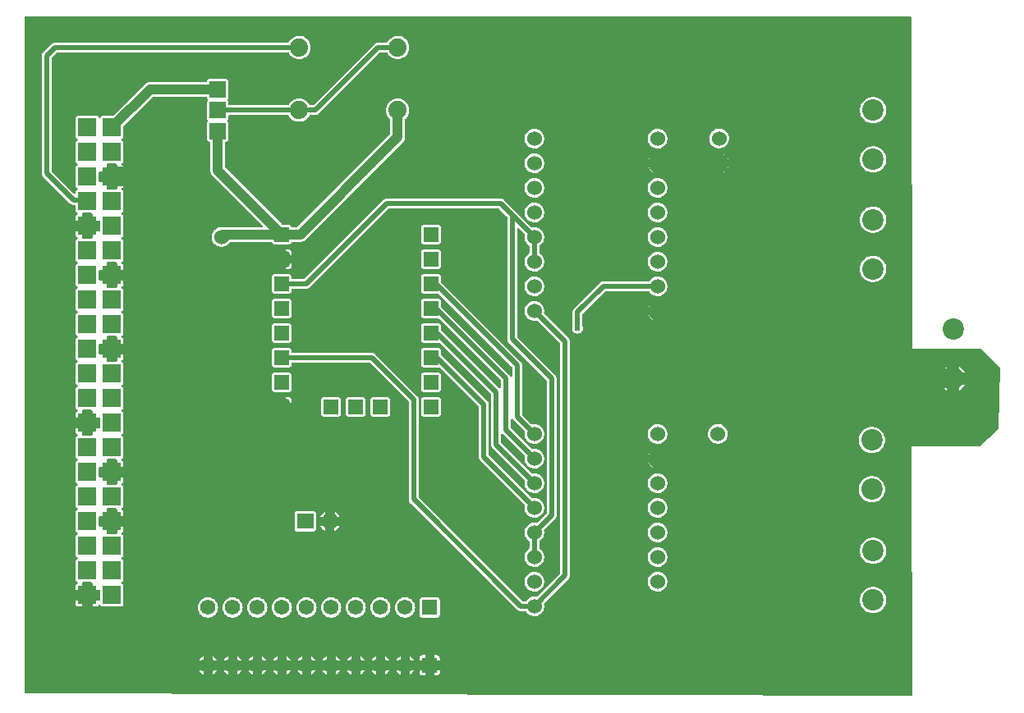
<source format=gbl>
G04 Layer: BottomLayer*
G04 EasyEDA v6.5.39, 2024-01-03 13:03:29*
G04 bec576337b18403e98965192822aaada,83f36b9c27a349adb8e694642aa6770b,10*
G04 Gerber Generator version 0.2*
G04 Scale: 100 percent, Rotated: No, Reflected: No *
G04 Dimensions in millimeters *
G04 leading zeros omitted , absolute positions ,4 integer and 5 decimal *
%FSLAX45Y45*%
%MOMM*%

%ADD10C,2.0000*%
%ADD11C,1.0000*%
%ADD12C,0.5000*%
%ADD13C,1.8796*%
%ADD14C,2.2000*%
%ADD15C,1.5748*%
%ADD16R,1.5748X1.5748*%
%ADD17R,1.5000X1.5000*%
%ADD18R,1.7000X1.5748*%
%ADD19C,1.7000*%
%ADD20R,1.6764X1.6764*%
%ADD21C,1.5240*%
%ADD22R,1.8796X1.8796*%
%ADD23C,0.6200*%
%ADD24C,0.0115*%

%LPD*%
G36*
X10416438Y-7518349D02*
G01*
X1280109Y-7493050D01*
X1276248Y-7492238D01*
X1272946Y-7490053D01*
X1270762Y-7486751D01*
X1270000Y-7482890D01*
X1270000Y-518159D01*
X1270762Y-514248D01*
X1272997Y-510997D01*
X1276248Y-508762D01*
X1280160Y-508000D01*
X10403890Y-508000D01*
X10407751Y-508762D01*
X10411053Y-510946D01*
X10413238Y-514248D01*
X10414050Y-518109D01*
X10426700Y-3935984D01*
X10427716Y-3937000D01*
X11133683Y-3937000D01*
X11137595Y-3937762D01*
X11140897Y-3939997D01*
X11325352Y-4124451D01*
X11327587Y-4127804D01*
X11328298Y-4131818D01*
X11315801Y-4758029D01*
X11314836Y-4762093D01*
X11312347Y-4765446D01*
X11115395Y-4937810D01*
X11112246Y-4939639D01*
X11108690Y-4940300D01*
X10414965Y-4940300D01*
X10414000Y-4941316D01*
X10426649Y-7508138D01*
X10425887Y-7512050D01*
X10423702Y-7515402D01*
X10420350Y-7517587D01*
G37*

%LPC*%
G36*
X5370118Y-7305548D02*
G01*
X5402580Y-7305548D01*
X5402580Y-7246620D01*
X5343652Y-7246620D01*
X5343652Y-7279081D01*
X5344363Y-7285380D01*
X5346293Y-7290866D01*
X5349341Y-7295743D01*
X5353456Y-7299858D01*
X5358333Y-7302906D01*
X5363819Y-7304836D01*
G37*
G36*
X5494020Y-7305548D02*
G01*
X5526481Y-7305548D01*
X5532780Y-7304836D01*
X5538266Y-7302906D01*
X5543143Y-7299858D01*
X5547258Y-7295743D01*
X5550306Y-7290866D01*
X5552236Y-7285380D01*
X5552948Y-7279081D01*
X5552948Y-7246620D01*
X5494020Y-7246620D01*
G37*
G36*
X4132579Y-7294778D02*
G01*
X4132579Y-7246620D01*
X4084421Y-7246620D01*
X4087672Y-7253224D01*
X4095292Y-7264603D01*
X4104335Y-7274864D01*
X4114596Y-7283907D01*
X4125976Y-7291527D01*
G37*
G36*
X4386580Y-7294778D02*
G01*
X4386580Y-7246620D01*
X4338421Y-7246620D01*
X4341672Y-7253224D01*
X4349292Y-7264603D01*
X4358335Y-7274864D01*
X4368596Y-7283907D01*
X4379976Y-7291527D01*
G37*
G36*
X3970020Y-7294778D02*
G01*
X3976624Y-7291527D01*
X3988003Y-7283907D01*
X3998264Y-7274864D01*
X4007307Y-7264603D01*
X4014927Y-7253224D01*
X4018178Y-7246620D01*
X3970020Y-7246620D01*
G37*
G36*
X4478020Y-7294778D02*
G01*
X4484624Y-7291527D01*
X4496003Y-7283907D01*
X4506264Y-7274864D01*
X4515307Y-7264603D01*
X4522927Y-7253224D01*
X4526178Y-7246620D01*
X4478020Y-7246620D01*
G37*
G36*
X3878579Y-7294778D02*
G01*
X3878579Y-7246620D01*
X3830421Y-7246620D01*
X3833672Y-7253224D01*
X3841292Y-7264603D01*
X3850335Y-7274864D01*
X3860596Y-7283907D01*
X3871976Y-7291527D01*
G37*
G36*
X4640580Y-7294778D02*
G01*
X4640580Y-7246620D01*
X4592421Y-7246620D01*
X4595672Y-7253224D01*
X4603292Y-7264603D01*
X4612335Y-7274864D01*
X4622596Y-7283907D01*
X4633976Y-7291527D01*
G37*
G36*
X3716020Y-7294778D02*
G01*
X3722624Y-7291527D01*
X3734003Y-7283907D01*
X3744264Y-7274864D01*
X3753307Y-7264603D01*
X3760927Y-7253224D01*
X3764178Y-7246620D01*
X3716020Y-7246620D01*
G37*
G36*
X4732020Y-7294778D02*
G01*
X4738624Y-7291527D01*
X4750003Y-7283907D01*
X4760264Y-7274864D01*
X4769307Y-7264603D01*
X4776927Y-7253224D01*
X4780178Y-7246620D01*
X4732020Y-7246620D01*
G37*
G36*
X4224020Y-7294778D02*
G01*
X4230624Y-7291527D01*
X4242003Y-7283907D01*
X4252264Y-7274864D01*
X4261307Y-7264603D01*
X4268927Y-7253224D01*
X4272178Y-7246620D01*
X4224020Y-7246620D01*
G37*
G36*
X3624579Y-7294778D02*
G01*
X3624579Y-7246620D01*
X3576421Y-7246620D01*
X3579672Y-7253224D01*
X3587292Y-7264603D01*
X3596335Y-7274864D01*
X3606596Y-7283907D01*
X3617976Y-7291527D01*
G37*
G36*
X4894580Y-7294778D02*
G01*
X4894580Y-7246620D01*
X4846421Y-7246620D01*
X4849672Y-7253224D01*
X4857292Y-7264603D01*
X4866335Y-7274864D01*
X4876596Y-7283907D01*
X4887976Y-7291527D01*
G37*
G36*
X3370579Y-7294778D02*
G01*
X3370579Y-7246620D01*
X3322421Y-7246620D01*
X3325672Y-7253224D01*
X3333292Y-7264603D01*
X3342335Y-7274864D01*
X3352596Y-7283907D01*
X3363976Y-7291527D01*
G37*
G36*
X5148580Y-7294778D02*
G01*
X5148580Y-7246620D01*
X5100421Y-7246620D01*
X5103672Y-7253224D01*
X5111292Y-7264603D01*
X5120335Y-7274864D01*
X5130596Y-7283907D01*
X5141976Y-7291527D01*
G37*
G36*
X3462020Y-7294778D02*
G01*
X3468624Y-7291527D01*
X3480003Y-7283907D01*
X3490264Y-7274864D01*
X3499307Y-7264603D01*
X3506927Y-7253224D01*
X3510178Y-7246620D01*
X3462020Y-7246620D01*
G37*
G36*
X3208020Y-7294778D02*
G01*
X3214624Y-7291527D01*
X3226003Y-7283907D01*
X3236264Y-7274864D01*
X3245307Y-7264603D01*
X3252927Y-7253224D01*
X3256178Y-7246620D01*
X3208020Y-7246620D01*
G37*
G36*
X4986020Y-7294778D02*
G01*
X4992624Y-7291527D01*
X5004003Y-7283907D01*
X5014264Y-7274864D01*
X5023307Y-7264603D01*
X5030927Y-7253224D01*
X5034178Y-7246620D01*
X4986020Y-7246620D01*
G37*
G36*
X5240020Y-7294778D02*
G01*
X5246624Y-7291527D01*
X5258003Y-7283907D01*
X5268264Y-7274864D01*
X5277307Y-7264603D01*
X5284927Y-7253224D01*
X5288178Y-7246620D01*
X5240020Y-7246620D01*
G37*
G36*
X3116580Y-7294778D02*
G01*
X3116580Y-7246620D01*
X3068421Y-7246620D01*
X3071672Y-7253224D01*
X3079292Y-7264603D01*
X3088335Y-7274864D01*
X3098596Y-7283907D01*
X3109976Y-7291527D01*
G37*
G36*
X3970020Y-7155180D02*
G01*
X4018178Y-7155180D01*
X4014927Y-7148575D01*
X4007307Y-7137196D01*
X3998264Y-7126935D01*
X3988003Y-7117892D01*
X3976624Y-7110272D01*
X3970020Y-7107021D01*
G37*
G36*
X4478020Y-7155180D02*
G01*
X4526178Y-7155180D01*
X4522927Y-7148575D01*
X4515307Y-7137196D01*
X4506264Y-7126935D01*
X4496003Y-7117892D01*
X4484624Y-7110272D01*
X4478020Y-7107021D01*
G37*
G36*
X3830421Y-7155180D02*
G01*
X3878579Y-7155180D01*
X3878579Y-7107021D01*
X3871976Y-7110272D01*
X3860596Y-7117892D01*
X3850335Y-7126935D01*
X3841292Y-7137196D01*
X3833672Y-7148575D01*
G37*
G36*
X4592421Y-7155180D02*
G01*
X4640580Y-7155180D01*
X4640580Y-7107021D01*
X4633976Y-7110272D01*
X4622596Y-7117892D01*
X4612335Y-7126935D01*
X4603292Y-7137196D01*
X4595672Y-7148575D01*
G37*
G36*
X3716020Y-7155180D02*
G01*
X3764178Y-7155180D01*
X3760927Y-7148575D01*
X3753307Y-7137196D01*
X3744264Y-7126935D01*
X3734003Y-7117892D01*
X3722624Y-7110272D01*
X3716020Y-7107021D01*
G37*
G36*
X4732020Y-7155180D02*
G01*
X4780178Y-7155180D01*
X4776927Y-7148575D01*
X4769307Y-7137196D01*
X4760264Y-7126935D01*
X4750003Y-7117892D01*
X4738624Y-7110272D01*
X4732020Y-7107021D01*
G37*
G36*
X4084421Y-7155180D02*
G01*
X4132579Y-7155180D01*
X4132579Y-7107021D01*
X4125976Y-7110272D01*
X4114596Y-7117892D01*
X4104335Y-7126935D01*
X4095292Y-7137196D01*
X4087672Y-7148575D01*
G37*
G36*
X3576421Y-7155180D02*
G01*
X3624579Y-7155180D01*
X3624579Y-7107021D01*
X3617976Y-7110272D01*
X3606596Y-7117892D01*
X3596335Y-7126935D01*
X3587292Y-7137196D01*
X3579672Y-7148575D01*
G37*
G36*
X4846421Y-7155180D02*
G01*
X4894580Y-7155180D01*
X4894580Y-7107021D01*
X4887976Y-7110272D01*
X4876596Y-7117892D01*
X4866335Y-7126935D01*
X4857292Y-7137196D01*
X4849672Y-7148575D01*
G37*
G36*
X4338421Y-7155180D02*
G01*
X4386580Y-7155180D01*
X4386580Y-7107021D01*
X4379976Y-7110272D01*
X4368596Y-7117892D01*
X4358335Y-7126935D01*
X4349292Y-7137196D01*
X4341672Y-7148575D01*
G37*
G36*
X4224020Y-7155180D02*
G01*
X4272178Y-7155180D01*
X4268927Y-7148575D01*
X4261307Y-7137196D01*
X4252264Y-7126935D01*
X4242003Y-7117892D01*
X4230624Y-7110272D01*
X4224020Y-7107021D01*
G37*
G36*
X3462020Y-7155180D02*
G01*
X3510178Y-7155180D01*
X3506927Y-7148575D01*
X3499307Y-7137196D01*
X3490264Y-7126935D01*
X3480003Y-7117892D01*
X3468624Y-7110272D01*
X3462020Y-7107021D01*
G37*
G36*
X4986020Y-7155180D02*
G01*
X5034178Y-7155180D01*
X5030927Y-7148575D01*
X5023307Y-7137196D01*
X5014264Y-7126935D01*
X5004003Y-7117892D01*
X4992624Y-7110272D01*
X4986020Y-7107021D01*
G37*
G36*
X5240020Y-7155180D02*
G01*
X5288178Y-7155180D01*
X5284927Y-7148575D01*
X5277307Y-7137196D01*
X5268264Y-7126935D01*
X5258003Y-7117892D01*
X5246624Y-7110272D01*
X5240020Y-7107021D01*
G37*
G36*
X3208020Y-7155180D02*
G01*
X3256178Y-7155180D01*
X3252927Y-7148575D01*
X3245307Y-7137196D01*
X3236264Y-7126935D01*
X3226003Y-7117892D01*
X3214624Y-7110272D01*
X3208020Y-7107021D01*
G37*
G36*
X5100421Y-7155180D02*
G01*
X5148580Y-7155180D01*
X5148580Y-7107021D01*
X5141976Y-7110272D01*
X5130596Y-7117892D01*
X5120335Y-7126935D01*
X5111292Y-7137196D01*
X5103672Y-7148575D01*
G37*
G36*
X3068421Y-7155180D02*
G01*
X3116580Y-7155180D01*
X3116580Y-7107021D01*
X3109976Y-7110272D01*
X3098596Y-7117892D01*
X3088335Y-7126935D01*
X3079292Y-7137196D01*
X3071672Y-7148575D01*
G37*
G36*
X3322421Y-7155180D02*
G01*
X3370579Y-7155180D01*
X3370579Y-7107021D01*
X3363976Y-7110272D01*
X3352596Y-7117892D01*
X3342335Y-7126935D01*
X3333292Y-7137196D01*
X3325672Y-7148575D01*
G37*
G36*
X5494020Y-7155180D02*
G01*
X5552948Y-7155180D01*
X5552948Y-7122718D01*
X5552236Y-7116419D01*
X5550306Y-7110933D01*
X5547258Y-7106056D01*
X5543143Y-7101941D01*
X5538266Y-7098893D01*
X5532780Y-7096963D01*
X5526481Y-7096252D01*
X5494020Y-7096252D01*
G37*
G36*
X5343652Y-7155180D02*
G01*
X5402580Y-7155180D01*
X5402580Y-7096252D01*
X5370118Y-7096252D01*
X5363819Y-7096963D01*
X5358333Y-7098893D01*
X5353456Y-7101941D01*
X5349341Y-7106056D01*
X5346293Y-7110933D01*
X5344363Y-7116419D01*
X5343652Y-7122718D01*
G37*
G36*
X4686300Y-6708648D02*
G01*
X4699965Y-6707733D01*
X4713376Y-6705041D01*
X4726330Y-6700672D01*
X4738624Y-6694627D01*
X4750003Y-6687007D01*
X4760264Y-6677964D01*
X4769307Y-6667703D01*
X4776927Y-6656324D01*
X4782972Y-6644030D01*
X4787341Y-6631076D01*
X4790033Y-6617665D01*
X4790948Y-6604000D01*
X4790033Y-6590334D01*
X4787341Y-6576923D01*
X4782972Y-6563969D01*
X4776927Y-6551676D01*
X4769307Y-6540296D01*
X4760264Y-6530035D01*
X4750003Y-6520992D01*
X4738624Y-6513372D01*
X4726330Y-6507327D01*
X4713376Y-6502958D01*
X4699965Y-6500266D01*
X4686300Y-6499352D01*
X4672634Y-6500266D01*
X4659223Y-6502958D01*
X4646269Y-6507327D01*
X4633976Y-6513372D01*
X4622596Y-6520992D01*
X4612335Y-6530035D01*
X4603292Y-6540296D01*
X4595672Y-6551676D01*
X4589627Y-6563969D01*
X4585258Y-6576923D01*
X4582566Y-6590334D01*
X4581652Y-6604000D01*
X4582566Y-6617665D01*
X4585258Y-6631076D01*
X4589627Y-6644030D01*
X4595672Y-6656324D01*
X4603292Y-6667703D01*
X4612335Y-6677964D01*
X4622596Y-6687007D01*
X4633976Y-6694627D01*
X4646269Y-6700672D01*
X4659223Y-6705041D01*
X4672634Y-6707733D01*
G37*
G36*
X3924300Y-6708648D02*
G01*
X3937965Y-6707733D01*
X3951376Y-6705041D01*
X3964330Y-6700672D01*
X3976624Y-6694627D01*
X3988003Y-6687007D01*
X3998264Y-6677964D01*
X4007307Y-6667703D01*
X4014927Y-6656324D01*
X4020972Y-6644030D01*
X4025341Y-6631076D01*
X4028033Y-6617665D01*
X4028948Y-6604000D01*
X4028033Y-6590334D01*
X4025341Y-6576923D01*
X4020972Y-6563969D01*
X4014927Y-6551676D01*
X4007307Y-6540296D01*
X3998264Y-6530035D01*
X3988003Y-6520992D01*
X3976624Y-6513372D01*
X3964330Y-6507327D01*
X3951376Y-6502958D01*
X3937965Y-6500266D01*
X3924300Y-6499352D01*
X3910634Y-6500266D01*
X3897223Y-6502958D01*
X3884269Y-6507327D01*
X3871976Y-6513372D01*
X3860596Y-6520992D01*
X3850335Y-6530035D01*
X3841292Y-6540296D01*
X3833672Y-6551676D01*
X3827627Y-6563969D01*
X3823258Y-6576923D01*
X3820566Y-6590334D01*
X3819651Y-6604000D01*
X3820566Y-6617665D01*
X3823258Y-6631076D01*
X3827627Y-6644030D01*
X3833672Y-6656324D01*
X3841292Y-6667703D01*
X3850335Y-6677964D01*
X3860596Y-6687007D01*
X3871976Y-6694627D01*
X3884269Y-6700672D01*
X3897223Y-6705041D01*
X3910634Y-6707733D01*
G37*
G36*
X4432300Y-6708648D02*
G01*
X4445965Y-6707733D01*
X4459376Y-6705041D01*
X4472330Y-6700672D01*
X4484624Y-6694627D01*
X4496003Y-6687007D01*
X4506264Y-6677964D01*
X4515307Y-6667703D01*
X4522927Y-6656324D01*
X4528972Y-6644030D01*
X4533341Y-6631076D01*
X4536033Y-6617665D01*
X4536948Y-6604000D01*
X4536033Y-6590334D01*
X4533341Y-6576923D01*
X4528972Y-6563969D01*
X4522927Y-6551676D01*
X4515307Y-6540296D01*
X4506264Y-6530035D01*
X4496003Y-6520992D01*
X4484624Y-6513372D01*
X4472330Y-6507327D01*
X4459376Y-6502958D01*
X4445965Y-6500266D01*
X4432300Y-6499352D01*
X4418634Y-6500266D01*
X4405223Y-6502958D01*
X4392269Y-6507327D01*
X4379976Y-6513372D01*
X4368596Y-6520992D01*
X4358335Y-6530035D01*
X4349292Y-6540296D01*
X4341672Y-6551676D01*
X4335627Y-6563969D01*
X4331258Y-6576923D01*
X4328566Y-6590334D01*
X4327652Y-6604000D01*
X4328566Y-6617665D01*
X4331258Y-6631076D01*
X4335627Y-6644030D01*
X4341672Y-6656324D01*
X4349292Y-6667703D01*
X4358335Y-6677964D01*
X4368596Y-6687007D01*
X4379976Y-6694627D01*
X4392269Y-6700672D01*
X4405223Y-6705041D01*
X4418634Y-6707733D01*
G37*
G36*
X4940300Y-6708648D02*
G01*
X4953965Y-6707733D01*
X4967376Y-6705041D01*
X4980330Y-6700672D01*
X4992624Y-6694627D01*
X5004003Y-6687007D01*
X5014264Y-6677964D01*
X5023307Y-6667703D01*
X5030927Y-6656324D01*
X5036972Y-6644030D01*
X5041341Y-6631076D01*
X5044033Y-6617665D01*
X5044948Y-6604000D01*
X5044033Y-6590334D01*
X5041341Y-6576923D01*
X5036972Y-6563969D01*
X5030927Y-6551676D01*
X5023307Y-6540296D01*
X5014264Y-6530035D01*
X5004003Y-6520992D01*
X4992624Y-6513372D01*
X4980330Y-6507327D01*
X4967376Y-6502958D01*
X4953965Y-6500266D01*
X4940300Y-6499352D01*
X4926634Y-6500266D01*
X4913223Y-6502958D01*
X4900269Y-6507327D01*
X4887976Y-6513372D01*
X4876596Y-6520992D01*
X4866335Y-6530035D01*
X4857292Y-6540296D01*
X4849672Y-6551676D01*
X4843627Y-6563969D01*
X4839258Y-6576923D01*
X4836566Y-6590334D01*
X4835652Y-6604000D01*
X4836566Y-6617665D01*
X4839258Y-6631076D01*
X4843627Y-6644030D01*
X4849672Y-6656324D01*
X4857292Y-6667703D01*
X4866335Y-6677964D01*
X4876596Y-6687007D01*
X4887976Y-6694627D01*
X4900269Y-6700672D01*
X4913223Y-6705041D01*
X4926634Y-6707733D01*
G37*
G36*
X3416300Y-6708648D02*
G01*
X3429965Y-6707733D01*
X3443376Y-6705041D01*
X3456330Y-6700672D01*
X3468624Y-6694627D01*
X3480003Y-6687007D01*
X3490264Y-6677964D01*
X3499307Y-6667703D01*
X3506927Y-6656324D01*
X3512972Y-6644030D01*
X3517341Y-6631076D01*
X3520033Y-6617665D01*
X3520948Y-6604000D01*
X3520033Y-6590334D01*
X3517341Y-6576923D01*
X3512972Y-6563969D01*
X3506927Y-6551676D01*
X3499307Y-6540296D01*
X3490264Y-6530035D01*
X3480003Y-6520992D01*
X3468624Y-6513372D01*
X3456330Y-6507327D01*
X3443376Y-6502958D01*
X3429965Y-6500266D01*
X3416300Y-6499352D01*
X3402634Y-6500266D01*
X3389223Y-6502958D01*
X3376269Y-6507327D01*
X3363976Y-6513372D01*
X3352596Y-6520992D01*
X3342335Y-6530035D01*
X3333292Y-6540296D01*
X3325672Y-6551676D01*
X3319627Y-6563969D01*
X3315258Y-6576923D01*
X3312566Y-6590334D01*
X3311651Y-6604000D01*
X3312566Y-6617665D01*
X3315258Y-6631076D01*
X3319627Y-6644030D01*
X3325672Y-6656324D01*
X3333292Y-6667703D01*
X3342335Y-6677964D01*
X3352596Y-6687007D01*
X3363976Y-6694627D01*
X3376269Y-6700672D01*
X3389223Y-6705041D01*
X3402634Y-6707733D01*
G37*
G36*
X4178300Y-6708648D02*
G01*
X4191965Y-6707733D01*
X4205376Y-6705041D01*
X4218330Y-6700672D01*
X4230624Y-6694627D01*
X4242003Y-6687007D01*
X4252264Y-6677964D01*
X4261307Y-6667703D01*
X4268927Y-6656324D01*
X4274972Y-6644030D01*
X4279341Y-6631076D01*
X4282033Y-6617665D01*
X4282948Y-6604000D01*
X4282033Y-6590334D01*
X4279341Y-6576923D01*
X4274972Y-6563969D01*
X4268927Y-6551676D01*
X4261307Y-6540296D01*
X4252264Y-6530035D01*
X4242003Y-6520992D01*
X4230624Y-6513372D01*
X4218330Y-6507327D01*
X4205376Y-6502958D01*
X4191965Y-6500266D01*
X4178300Y-6499352D01*
X4164634Y-6500266D01*
X4151223Y-6502958D01*
X4138269Y-6507327D01*
X4125976Y-6513372D01*
X4114596Y-6520992D01*
X4104335Y-6530035D01*
X4095292Y-6540296D01*
X4087672Y-6551676D01*
X4081627Y-6563969D01*
X4077258Y-6576923D01*
X4074566Y-6590334D01*
X4073651Y-6604000D01*
X4074566Y-6617665D01*
X4077258Y-6631076D01*
X4081627Y-6644030D01*
X4087672Y-6656324D01*
X4095292Y-6667703D01*
X4104335Y-6677964D01*
X4114596Y-6687007D01*
X4125976Y-6694627D01*
X4138269Y-6700672D01*
X4151223Y-6705041D01*
X4164634Y-6707733D01*
G37*
G36*
X5194300Y-6708648D02*
G01*
X5207965Y-6707733D01*
X5221376Y-6705041D01*
X5234330Y-6700672D01*
X5246624Y-6694627D01*
X5258003Y-6687007D01*
X5268264Y-6677964D01*
X5277307Y-6667703D01*
X5284927Y-6656324D01*
X5290972Y-6644030D01*
X5295341Y-6631076D01*
X5298033Y-6617665D01*
X5298948Y-6604000D01*
X5298033Y-6590334D01*
X5295341Y-6576923D01*
X5290972Y-6563969D01*
X5284927Y-6551676D01*
X5277307Y-6540296D01*
X5268264Y-6530035D01*
X5258003Y-6520992D01*
X5246624Y-6513372D01*
X5234330Y-6507327D01*
X5221376Y-6502958D01*
X5207965Y-6500266D01*
X5194300Y-6499352D01*
X5180634Y-6500266D01*
X5167223Y-6502958D01*
X5154269Y-6507327D01*
X5141976Y-6513372D01*
X5130596Y-6520992D01*
X5120335Y-6530035D01*
X5111292Y-6540296D01*
X5103672Y-6551676D01*
X5097627Y-6563969D01*
X5093258Y-6576923D01*
X5090566Y-6590334D01*
X5089652Y-6604000D01*
X5090566Y-6617665D01*
X5093258Y-6631076D01*
X5097627Y-6644030D01*
X5103672Y-6656324D01*
X5111292Y-6667703D01*
X5120335Y-6677964D01*
X5130596Y-6687007D01*
X5141976Y-6694627D01*
X5154269Y-6700672D01*
X5167223Y-6705041D01*
X5180634Y-6707733D01*
G37*
G36*
X3670300Y-6708648D02*
G01*
X3683965Y-6707733D01*
X3697376Y-6705041D01*
X3710330Y-6700672D01*
X3722624Y-6694627D01*
X3734003Y-6687007D01*
X3744264Y-6677964D01*
X3753307Y-6667703D01*
X3760927Y-6656324D01*
X3766972Y-6644030D01*
X3771341Y-6631076D01*
X3774033Y-6617665D01*
X3774948Y-6604000D01*
X3774033Y-6590334D01*
X3771341Y-6576923D01*
X3766972Y-6563969D01*
X3760927Y-6551676D01*
X3753307Y-6540296D01*
X3744264Y-6530035D01*
X3734003Y-6520992D01*
X3722624Y-6513372D01*
X3710330Y-6507327D01*
X3697376Y-6502958D01*
X3683965Y-6500266D01*
X3670300Y-6499352D01*
X3656634Y-6500266D01*
X3643223Y-6502958D01*
X3630269Y-6507327D01*
X3617976Y-6513372D01*
X3606596Y-6520992D01*
X3596335Y-6530035D01*
X3587292Y-6540296D01*
X3579672Y-6551676D01*
X3573627Y-6563969D01*
X3569258Y-6576923D01*
X3566566Y-6590334D01*
X3565651Y-6604000D01*
X3566566Y-6617665D01*
X3569258Y-6631076D01*
X3573627Y-6644030D01*
X3579672Y-6656324D01*
X3587292Y-6667703D01*
X3596335Y-6677964D01*
X3606596Y-6687007D01*
X3617976Y-6694627D01*
X3630269Y-6700672D01*
X3643223Y-6705041D01*
X3656634Y-6707733D01*
G37*
G36*
X3162300Y-6708648D02*
G01*
X3175965Y-6707733D01*
X3189376Y-6705041D01*
X3202330Y-6700672D01*
X3214624Y-6694627D01*
X3226003Y-6687007D01*
X3236264Y-6677964D01*
X3245307Y-6667703D01*
X3252927Y-6656324D01*
X3258972Y-6644030D01*
X3263341Y-6631076D01*
X3266033Y-6617665D01*
X3266948Y-6604000D01*
X3266033Y-6590334D01*
X3263341Y-6576923D01*
X3258972Y-6563969D01*
X3252927Y-6551676D01*
X3245307Y-6540296D01*
X3236264Y-6530035D01*
X3226003Y-6520992D01*
X3214624Y-6513372D01*
X3202330Y-6507327D01*
X3189376Y-6502958D01*
X3175965Y-6500266D01*
X3162300Y-6499352D01*
X3148634Y-6500266D01*
X3135223Y-6502958D01*
X3122269Y-6507327D01*
X3109976Y-6513372D01*
X3098596Y-6520992D01*
X3088335Y-6530035D01*
X3079292Y-6540296D01*
X3071672Y-6551676D01*
X3065627Y-6563969D01*
X3061258Y-6576923D01*
X3058566Y-6590334D01*
X3057652Y-6604000D01*
X3058566Y-6617665D01*
X3061258Y-6631076D01*
X3065627Y-6644030D01*
X3071672Y-6656324D01*
X3079292Y-6667703D01*
X3088335Y-6677964D01*
X3098596Y-6687007D01*
X3109976Y-6694627D01*
X3122269Y-6700672D01*
X3135223Y-6705041D01*
X3148634Y-6707733D01*
G37*
G36*
X5370118Y-6708648D02*
G01*
X5526481Y-6708648D01*
X5532780Y-6707936D01*
X5538266Y-6706006D01*
X5543143Y-6702958D01*
X5547258Y-6698843D01*
X5550306Y-6693966D01*
X5552236Y-6688480D01*
X5552948Y-6682181D01*
X5552948Y-6525818D01*
X5552236Y-6519519D01*
X5550306Y-6514033D01*
X5547258Y-6509156D01*
X5543143Y-6505041D01*
X5538266Y-6501993D01*
X5532780Y-6500063D01*
X5526481Y-6499352D01*
X5370118Y-6499352D01*
X5363819Y-6500063D01*
X5358333Y-6501993D01*
X5353456Y-6505041D01*
X5349341Y-6509156D01*
X5346293Y-6514033D01*
X5344363Y-6519519D01*
X5343652Y-6525818D01*
X5343652Y-6682181D01*
X5344363Y-6688480D01*
X5346293Y-6693966D01*
X5349341Y-6698843D01*
X5353456Y-6702958D01*
X5358333Y-6706006D01*
X5363819Y-6707936D01*
G37*
G36*
X6524396Y-6693306D02*
G01*
X6538010Y-6692849D01*
X6551472Y-6690614D01*
X6564477Y-6686550D01*
X6576872Y-6680809D01*
X6588353Y-6673494D01*
X6598767Y-6664706D01*
X6607911Y-6654546D01*
X6615633Y-6643319D01*
X6621780Y-6631178D01*
X6626250Y-6618274D01*
X6628993Y-6604914D01*
X6629908Y-6591300D01*
X6628993Y-6577685D01*
X6627418Y-6570116D01*
X6627317Y-6566763D01*
X6628282Y-6563614D01*
X6630212Y-6560870D01*
X6881164Y-6309969D01*
X6884314Y-6306515D01*
X6887006Y-6303010D01*
X6889394Y-6299250D01*
X6891426Y-6295288D01*
X6893153Y-6291224D01*
X6894474Y-6286957D01*
X6895439Y-6282639D01*
X6895998Y-6278219D01*
X6896201Y-6273596D01*
X6896201Y-3861003D01*
X6895998Y-3856380D01*
X6895439Y-3851960D01*
X6894474Y-3847642D01*
X6893153Y-3843375D01*
X6891426Y-3839311D01*
X6889394Y-3835349D01*
X6887006Y-3831590D01*
X6884314Y-3828084D01*
X6881164Y-3824630D01*
X6630212Y-3573729D01*
X6628282Y-3570986D01*
X6627317Y-3567836D01*
X6627418Y-3564483D01*
X6628993Y-3556914D01*
X6629908Y-3543300D01*
X6628993Y-3529685D01*
X6626250Y-3516325D01*
X6621780Y-3503422D01*
X6615633Y-3491280D01*
X6607911Y-3480054D01*
X6598767Y-3469894D01*
X6588353Y-3461105D01*
X6576872Y-3453790D01*
X6564477Y-3448050D01*
X6551472Y-3443986D01*
X6538010Y-3441750D01*
X6524396Y-3441293D01*
X6510832Y-3442614D01*
X6497574Y-3445814D01*
X6484823Y-3450691D01*
X6472885Y-3457244D01*
X6461912Y-3465322D01*
X6452108Y-3474821D01*
X6443624Y-3485540D01*
X6436664Y-3497275D01*
X6431381Y-3509822D01*
X6427774Y-3522979D01*
X6425946Y-3536492D01*
X6425946Y-3550107D01*
X6427774Y-3563620D01*
X6431381Y-3576777D01*
X6436664Y-3589324D01*
X6443624Y-3601059D01*
X6452108Y-3611778D01*
X6461912Y-3621278D01*
X6472885Y-3629355D01*
X6484823Y-3635908D01*
X6497574Y-3640785D01*
X6510832Y-3643985D01*
X6524396Y-3645306D01*
X6538010Y-3644849D01*
X6549440Y-3642969D01*
X6552641Y-3642918D01*
X6555689Y-3643884D01*
X6558280Y-3645763D01*
X6791401Y-3878935D01*
X6793636Y-3882186D01*
X6794398Y-3886098D01*
X6794398Y-6248501D01*
X6793636Y-6252413D01*
X6791401Y-6255664D01*
X6558280Y-6488836D01*
X6555689Y-6490716D01*
X6552641Y-6491681D01*
X6549440Y-6491630D01*
X6538010Y-6489750D01*
X6524396Y-6489293D01*
X6510832Y-6490614D01*
X6497574Y-6493814D01*
X6484823Y-6498691D01*
X6472885Y-6505244D01*
X6461912Y-6513322D01*
X6452108Y-6522821D01*
X6443624Y-6533540D01*
X6442506Y-6535420D01*
X6440271Y-6538061D01*
X6437223Y-6539788D01*
X6433769Y-6540398D01*
X6413398Y-6540398D01*
X6409486Y-6539636D01*
X6406235Y-6537401D01*
X5337098Y-5468264D01*
X5334863Y-5465013D01*
X5334101Y-5461101D01*
X5334101Y-4457903D01*
X5333898Y-4453280D01*
X5333339Y-4448860D01*
X5332374Y-4444542D01*
X5331053Y-4440275D01*
X5329326Y-4436211D01*
X5327294Y-4432249D01*
X5324906Y-4428490D01*
X5322214Y-4424984D01*
X5319064Y-4421530D01*
X4887569Y-3990035D01*
X4884115Y-3986885D01*
X4880610Y-3984193D01*
X4876850Y-3981805D01*
X4872888Y-3979773D01*
X4868824Y-3978046D01*
X4864557Y-3976725D01*
X4860239Y-3975760D01*
X4855819Y-3975201D01*
X4851196Y-3974998D01*
X4035348Y-3974998D01*
X4031487Y-3974236D01*
X4028186Y-3972001D01*
X4026001Y-3968699D01*
X4025188Y-3964838D01*
X4025188Y-3951478D01*
X4024477Y-3945128D01*
X4022598Y-3939692D01*
X4019499Y-3934764D01*
X4015435Y-3930700D01*
X4010507Y-3927601D01*
X4005072Y-3925722D01*
X3998722Y-3925011D01*
X3849878Y-3925011D01*
X3843528Y-3925722D01*
X3838092Y-3927601D01*
X3833164Y-3930700D01*
X3829100Y-3934764D01*
X3826001Y-3939692D01*
X3824122Y-3945128D01*
X3823411Y-3951478D01*
X3823411Y-4100322D01*
X3824122Y-4106672D01*
X3826001Y-4112107D01*
X3829100Y-4117035D01*
X3833164Y-4121099D01*
X3838092Y-4124198D01*
X3843528Y-4126077D01*
X3849878Y-4126788D01*
X3998722Y-4126788D01*
X4005072Y-4126077D01*
X4010507Y-4124198D01*
X4015435Y-4121099D01*
X4019499Y-4117035D01*
X4022598Y-4112107D01*
X4024477Y-4106672D01*
X4025188Y-4100322D01*
X4025188Y-4086961D01*
X4026001Y-4083100D01*
X4028186Y-4079798D01*
X4031487Y-4077563D01*
X4035348Y-4076801D01*
X4826101Y-4076801D01*
X4830013Y-4077563D01*
X4833264Y-4079798D01*
X5229301Y-4475835D01*
X5231536Y-4479086D01*
X5232298Y-4482998D01*
X5232298Y-5486196D01*
X5232501Y-5490819D01*
X5233060Y-5495239D01*
X5234025Y-5499557D01*
X5235346Y-5503824D01*
X5237073Y-5507888D01*
X5239105Y-5511850D01*
X5241493Y-5515610D01*
X5244185Y-5519115D01*
X5247335Y-5522569D01*
X6351930Y-6627164D01*
X6355384Y-6630314D01*
X6358890Y-6633006D01*
X6362649Y-6635394D01*
X6366611Y-6637426D01*
X6370675Y-6639153D01*
X6374942Y-6640474D01*
X6379260Y-6641439D01*
X6383680Y-6641998D01*
X6388303Y-6642201D01*
X6433769Y-6642201D01*
X6437223Y-6642811D01*
X6440271Y-6644538D01*
X6442506Y-6647180D01*
X6443624Y-6649059D01*
X6452108Y-6659778D01*
X6461912Y-6669278D01*
X6472885Y-6677355D01*
X6484823Y-6683908D01*
X6497574Y-6688785D01*
X6510832Y-6691985D01*
G37*
G36*
X7753350Y-6683095D02*
G01*
X7753350Y-6635750D01*
X7706004Y-6635750D01*
X7706664Y-6637324D01*
X7713624Y-6649059D01*
X7722108Y-6659778D01*
X7731912Y-6669278D01*
X7742885Y-6677355D01*
G37*
G36*
X7842250Y-6682943D02*
G01*
X7846872Y-6680809D01*
X7858353Y-6673494D01*
X7868767Y-6664706D01*
X7877911Y-6654546D01*
X7885633Y-6643319D01*
X7889443Y-6635750D01*
X7842250Y-6635750D01*
G37*
G36*
X10020300Y-6663690D02*
G01*
X10036098Y-6662775D01*
X10051643Y-6660032D01*
X10066782Y-6655511D01*
X10081310Y-6649212D01*
X10094976Y-6641338D01*
X10107625Y-6631889D01*
X10119156Y-6621068D01*
X10129316Y-6608927D01*
X10138003Y-6595770D01*
X10145064Y-6581648D01*
X10150500Y-6566763D01*
X10154107Y-6551422D01*
X10155936Y-6535724D01*
X10155936Y-6519875D01*
X10154107Y-6504178D01*
X10150500Y-6488836D01*
X10145064Y-6473952D01*
X10138003Y-6459829D01*
X10129316Y-6446672D01*
X10119156Y-6434531D01*
X10107625Y-6423710D01*
X10094976Y-6414262D01*
X10081310Y-6406388D01*
X10066782Y-6400088D01*
X10051643Y-6395567D01*
X10036098Y-6392824D01*
X10020300Y-6391910D01*
X10004501Y-6392824D01*
X9988956Y-6395567D01*
X9973818Y-6400088D01*
X9959289Y-6406388D01*
X9945624Y-6414262D01*
X9932974Y-6423710D01*
X9921443Y-6434531D01*
X9911283Y-6446672D01*
X9902596Y-6459829D01*
X9895535Y-6473952D01*
X9890099Y-6488836D01*
X9886492Y-6504178D01*
X9884664Y-6519875D01*
X9884664Y-6535724D01*
X9886492Y-6551422D01*
X9890099Y-6566763D01*
X9895535Y-6581648D01*
X9902596Y-6595770D01*
X9911283Y-6608927D01*
X9921443Y-6621068D01*
X9932974Y-6631889D01*
X9945624Y-6641338D01*
X9959289Y-6649212D01*
X9973818Y-6655511D01*
X9988956Y-6660032D01*
X10004501Y-6662775D01*
G37*
G36*
X1824278Y-6596888D02*
G01*
X1864360Y-6596888D01*
X1864360Y-6530340D01*
X1797812Y-6530340D01*
X1797812Y-6570421D01*
X1798523Y-6576720D01*
X1800453Y-6582206D01*
X1803501Y-6587083D01*
X1807616Y-6591198D01*
X1812493Y-6594246D01*
X1817979Y-6596176D01*
G37*
G36*
X1971039Y-6596888D02*
G01*
X2011121Y-6596888D01*
X2017420Y-6596176D01*
X2022906Y-6594246D01*
X2027783Y-6591198D01*
X2031898Y-6587083D01*
X2037232Y-6578244D01*
X2040636Y-6575806D01*
X2044700Y-6574993D01*
X2048764Y-6575806D01*
X2052167Y-6578244D01*
X2057501Y-6587083D01*
X2061616Y-6591198D01*
X2066493Y-6594246D01*
X2071979Y-6596176D01*
X2078278Y-6596888D01*
X2265121Y-6596888D01*
X2271420Y-6596176D01*
X2276906Y-6594246D01*
X2281783Y-6591198D01*
X2285898Y-6587083D01*
X2288946Y-6582206D01*
X2290876Y-6576720D01*
X2291588Y-6570421D01*
X2291588Y-6383578D01*
X2290876Y-6377279D01*
X2288946Y-6371793D01*
X2285898Y-6366916D01*
X2281783Y-6362801D01*
X2272944Y-6357467D01*
X2270506Y-6354064D01*
X2269693Y-6350000D01*
X2270506Y-6345936D01*
X2272944Y-6342532D01*
X2281783Y-6337198D01*
X2285898Y-6333083D01*
X2288946Y-6328206D01*
X2290876Y-6322720D01*
X2291588Y-6316421D01*
X2291588Y-6129578D01*
X2290876Y-6123279D01*
X2288946Y-6117793D01*
X2285898Y-6112916D01*
X2281783Y-6108801D01*
X2272944Y-6103467D01*
X2270506Y-6100064D01*
X2269693Y-6096000D01*
X2270506Y-6091936D01*
X2272944Y-6088532D01*
X2281783Y-6083198D01*
X2285898Y-6079083D01*
X2288946Y-6074206D01*
X2290876Y-6068720D01*
X2291588Y-6062421D01*
X2291588Y-5875578D01*
X2290876Y-5869279D01*
X2288946Y-5863793D01*
X2285898Y-5858916D01*
X2281783Y-5854801D01*
X2272944Y-5849467D01*
X2270506Y-5846064D01*
X2269693Y-5842000D01*
X2270506Y-5837936D01*
X2272944Y-5834532D01*
X2281783Y-5829198D01*
X2285898Y-5825083D01*
X2288946Y-5820206D01*
X2290876Y-5814720D01*
X2291588Y-5808421D01*
X2291588Y-5768340D01*
X2225040Y-5768340D01*
X2225040Y-5838952D01*
X2224278Y-5842863D01*
X2222042Y-5846114D01*
X2218791Y-5848350D01*
X2214880Y-5849112D01*
X2128520Y-5849112D01*
X2124608Y-5848350D01*
X2121357Y-5846114D01*
X2119122Y-5842863D01*
X2118360Y-5838952D01*
X2118360Y-5768340D01*
X2047748Y-5768340D01*
X2043836Y-5767578D01*
X2040585Y-5765342D01*
X2038350Y-5762091D01*
X2037588Y-5758180D01*
X2037588Y-5671820D01*
X2038350Y-5667908D01*
X2040585Y-5664657D01*
X2043836Y-5662422D01*
X2047748Y-5661660D01*
X2118360Y-5661660D01*
X2118360Y-5591048D01*
X2119122Y-5587136D01*
X2121357Y-5583885D01*
X2124608Y-5581650D01*
X2128520Y-5580888D01*
X2214880Y-5580888D01*
X2218791Y-5581650D01*
X2222042Y-5583885D01*
X2224278Y-5587136D01*
X2225040Y-5591048D01*
X2225040Y-5661660D01*
X2291588Y-5661660D01*
X2291588Y-5621578D01*
X2290876Y-5615279D01*
X2288946Y-5609793D01*
X2285898Y-5604916D01*
X2281783Y-5600801D01*
X2272944Y-5595467D01*
X2270506Y-5592064D01*
X2269693Y-5588000D01*
X2270506Y-5583936D01*
X2272944Y-5580532D01*
X2281783Y-5575198D01*
X2285898Y-5571083D01*
X2288946Y-5566206D01*
X2290876Y-5560720D01*
X2291588Y-5554421D01*
X2291588Y-5367578D01*
X2290876Y-5361279D01*
X2288946Y-5355793D01*
X2285898Y-5350916D01*
X2281783Y-5346801D01*
X2272944Y-5341467D01*
X2270506Y-5338064D01*
X2269693Y-5334000D01*
X2270506Y-5329936D01*
X2272944Y-5326532D01*
X2281783Y-5321198D01*
X2285898Y-5317083D01*
X2288946Y-5312206D01*
X2290876Y-5306720D01*
X2291588Y-5300421D01*
X2291588Y-5260340D01*
X2225040Y-5260340D01*
X2225040Y-5330952D01*
X2224278Y-5334863D01*
X2222042Y-5338114D01*
X2218791Y-5340350D01*
X2214880Y-5341112D01*
X2128520Y-5341112D01*
X2124608Y-5340350D01*
X2121357Y-5338114D01*
X2119122Y-5334863D01*
X2118360Y-5330952D01*
X2118360Y-5260340D01*
X2047748Y-5260340D01*
X2043836Y-5259578D01*
X2040585Y-5257342D01*
X2038350Y-5254091D01*
X2037588Y-5250180D01*
X2037588Y-5163820D01*
X2038350Y-5159908D01*
X2040585Y-5156657D01*
X2043836Y-5154422D01*
X2047748Y-5153660D01*
X2118360Y-5153660D01*
X2118360Y-5083048D01*
X2119122Y-5079136D01*
X2121357Y-5075885D01*
X2124608Y-5073650D01*
X2128520Y-5072888D01*
X2214880Y-5072888D01*
X2218791Y-5073650D01*
X2222042Y-5075885D01*
X2224278Y-5079136D01*
X2225040Y-5083048D01*
X2225040Y-5153660D01*
X2291588Y-5153660D01*
X2291588Y-5113578D01*
X2290876Y-5107279D01*
X2288946Y-5101793D01*
X2285898Y-5096916D01*
X2281783Y-5092801D01*
X2272944Y-5087467D01*
X2270506Y-5084064D01*
X2269693Y-5080000D01*
X2270506Y-5075936D01*
X2272944Y-5072532D01*
X2281783Y-5067198D01*
X2285898Y-5063083D01*
X2288946Y-5058206D01*
X2290876Y-5052720D01*
X2291588Y-5046421D01*
X2291588Y-4859578D01*
X2290876Y-4853279D01*
X2288946Y-4847793D01*
X2285898Y-4842916D01*
X2281783Y-4838801D01*
X2272944Y-4833467D01*
X2270506Y-4830064D01*
X2269693Y-4826000D01*
X2270506Y-4821936D01*
X2272944Y-4818532D01*
X2281783Y-4813198D01*
X2285898Y-4809083D01*
X2288946Y-4804206D01*
X2290876Y-4798720D01*
X2291588Y-4792421D01*
X2291588Y-4605578D01*
X2290876Y-4599279D01*
X2288946Y-4593793D01*
X2285898Y-4588916D01*
X2281783Y-4584801D01*
X2272944Y-4579467D01*
X2270506Y-4576064D01*
X2269693Y-4572000D01*
X2270506Y-4567936D01*
X2272944Y-4564532D01*
X2281783Y-4559198D01*
X2285898Y-4555083D01*
X2288946Y-4550206D01*
X2290876Y-4544720D01*
X2291588Y-4538421D01*
X2291588Y-4351578D01*
X2290876Y-4345279D01*
X2288946Y-4339793D01*
X2285898Y-4334916D01*
X2281783Y-4330801D01*
X2272944Y-4325467D01*
X2270506Y-4322064D01*
X2269693Y-4318000D01*
X2270506Y-4313936D01*
X2272944Y-4310532D01*
X2281783Y-4305198D01*
X2285898Y-4301083D01*
X2288946Y-4296206D01*
X2290876Y-4290720D01*
X2291588Y-4284421D01*
X2291588Y-4097578D01*
X2290876Y-4091279D01*
X2288946Y-4085793D01*
X2285898Y-4080916D01*
X2281783Y-4076801D01*
X2272944Y-4071467D01*
X2270506Y-4068064D01*
X2269693Y-4064000D01*
X2270506Y-4059936D01*
X2272944Y-4056532D01*
X2281783Y-4051198D01*
X2285898Y-4047083D01*
X2288946Y-4042206D01*
X2290876Y-4036720D01*
X2291588Y-4030421D01*
X2291588Y-3990340D01*
X2225040Y-3990340D01*
X2225040Y-4060951D01*
X2224278Y-4064863D01*
X2222042Y-4068114D01*
X2218791Y-4070350D01*
X2214880Y-4071112D01*
X2128520Y-4071112D01*
X2124608Y-4070350D01*
X2121357Y-4068114D01*
X2119122Y-4064863D01*
X2118360Y-4060951D01*
X2118360Y-3990340D01*
X2047748Y-3990340D01*
X2043836Y-3989578D01*
X2040585Y-3987342D01*
X2038350Y-3984091D01*
X2037588Y-3980179D01*
X2037588Y-3893820D01*
X2038350Y-3889908D01*
X2040585Y-3886657D01*
X2043836Y-3884422D01*
X2047748Y-3883660D01*
X2118360Y-3883660D01*
X2118360Y-3813048D01*
X2119122Y-3809136D01*
X2121357Y-3805885D01*
X2124608Y-3803650D01*
X2128520Y-3802887D01*
X2214880Y-3802887D01*
X2218791Y-3803650D01*
X2222042Y-3805885D01*
X2224278Y-3809136D01*
X2225040Y-3813048D01*
X2225040Y-3883660D01*
X2291588Y-3883660D01*
X2291588Y-3843578D01*
X2290876Y-3837279D01*
X2288946Y-3831793D01*
X2285898Y-3826916D01*
X2281783Y-3822801D01*
X2272944Y-3817467D01*
X2270506Y-3814064D01*
X2269693Y-3810000D01*
X2270506Y-3805936D01*
X2272944Y-3802532D01*
X2281783Y-3797198D01*
X2285898Y-3793083D01*
X2288946Y-3788206D01*
X2290876Y-3782720D01*
X2291588Y-3776421D01*
X2291588Y-3589578D01*
X2290876Y-3583279D01*
X2288946Y-3577793D01*
X2285898Y-3572916D01*
X2281783Y-3568801D01*
X2272944Y-3563467D01*
X2270506Y-3560064D01*
X2269693Y-3556000D01*
X2270506Y-3551936D01*
X2272944Y-3548532D01*
X2281783Y-3543198D01*
X2285898Y-3539083D01*
X2288946Y-3534206D01*
X2290876Y-3528720D01*
X2291588Y-3522421D01*
X2291588Y-3335578D01*
X2290876Y-3329279D01*
X2288946Y-3323793D01*
X2285898Y-3318916D01*
X2281783Y-3314801D01*
X2272944Y-3309467D01*
X2270506Y-3306064D01*
X2269693Y-3302000D01*
X2270506Y-3297936D01*
X2272944Y-3294532D01*
X2281783Y-3289198D01*
X2285898Y-3285083D01*
X2288946Y-3280206D01*
X2290876Y-3274720D01*
X2291588Y-3268421D01*
X2291588Y-3228340D01*
X2225040Y-3228340D01*
X2225040Y-3298951D01*
X2224278Y-3302863D01*
X2222042Y-3306114D01*
X2218791Y-3308350D01*
X2214880Y-3309112D01*
X2128520Y-3309112D01*
X2124608Y-3308350D01*
X2121357Y-3306114D01*
X2119122Y-3302863D01*
X2118360Y-3298951D01*
X2118360Y-3228340D01*
X2047748Y-3228340D01*
X2043836Y-3227578D01*
X2040585Y-3225342D01*
X2038350Y-3222091D01*
X2037588Y-3218180D01*
X2037588Y-3131820D01*
X2038350Y-3127908D01*
X2040585Y-3124657D01*
X2043836Y-3122422D01*
X2047748Y-3121660D01*
X2118360Y-3121660D01*
X2118360Y-3051048D01*
X2119122Y-3047136D01*
X2121357Y-3043885D01*
X2124608Y-3041650D01*
X2128520Y-3040888D01*
X2214880Y-3040888D01*
X2218791Y-3041650D01*
X2222042Y-3043885D01*
X2224278Y-3047136D01*
X2225040Y-3051048D01*
X2225040Y-3121660D01*
X2291588Y-3121660D01*
X2291588Y-3081578D01*
X2290876Y-3075279D01*
X2288946Y-3069793D01*
X2285898Y-3064916D01*
X2281783Y-3060801D01*
X2272944Y-3055467D01*
X2270506Y-3052064D01*
X2269693Y-3048000D01*
X2270506Y-3043936D01*
X2272944Y-3040532D01*
X2281783Y-3035198D01*
X2285898Y-3031083D01*
X2288946Y-3026206D01*
X2290876Y-3020720D01*
X2291588Y-3014421D01*
X2291588Y-2827578D01*
X2290876Y-2821279D01*
X2288946Y-2815793D01*
X2285898Y-2810916D01*
X2281783Y-2806801D01*
X2272944Y-2801467D01*
X2270506Y-2798064D01*
X2269693Y-2794000D01*
X2270506Y-2789936D01*
X2272944Y-2786532D01*
X2281783Y-2781198D01*
X2285898Y-2777083D01*
X2288946Y-2772206D01*
X2290876Y-2766720D01*
X2291588Y-2760421D01*
X2291588Y-2573578D01*
X2290876Y-2567279D01*
X2288946Y-2561793D01*
X2285898Y-2556916D01*
X2281783Y-2552801D01*
X2272944Y-2547467D01*
X2270506Y-2544064D01*
X2269693Y-2540000D01*
X2270506Y-2535936D01*
X2272944Y-2532532D01*
X2281783Y-2527198D01*
X2285898Y-2523083D01*
X2288946Y-2518206D01*
X2290876Y-2512720D01*
X2291588Y-2506421D01*
X2291588Y-2319578D01*
X2290876Y-2313279D01*
X2288946Y-2307793D01*
X2285898Y-2302916D01*
X2281783Y-2298801D01*
X2272944Y-2293467D01*
X2270506Y-2290064D01*
X2269693Y-2286000D01*
X2270506Y-2281936D01*
X2272944Y-2278532D01*
X2281783Y-2273198D01*
X2285898Y-2269083D01*
X2288946Y-2264206D01*
X2290876Y-2258720D01*
X2291588Y-2252421D01*
X2291588Y-2212340D01*
X2225040Y-2212340D01*
X2225040Y-2282952D01*
X2224278Y-2286863D01*
X2222042Y-2290114D01*
X2218791Y-2292350D01*
X2214880Y-2293112D01*
X2128520Y-2293112D01*
X2124608Y-2292350D01*
X2121357Y-2290114D01*
X2119122Y-2286863D01*
X2118360Y-2282952D01*
X2118360Y-2212340D01*
X2047748Y-2212340D01*
X2043836Y-2211578D01*
X2040585Y-2209342D01*
X2038350Y-2206091D01*
X2037588Y-2202180D01*
X2037588Y-2115820D01*
X2038350Y-2111908D01*
X2040585Y-2108657D01*
X2043836Y-2106422D01*
X2047748Y-2105660D01*
X2118360Y-2105660D01*
X2118360Y-2035048D01*
X2119122Y-2031136D01*
X2121357Y-2027885D01*
X2124608Y-2025650D01*
X2128520Y-2024888D01*
X2214880Y-2024888D01*
X2218791Y-2025650D01*
X2222042Y-2027885D01*
X2224278Y-2031136D01*
X2225040Y-2035048D01*
X2225040Y-2105660D01*
X2291588Y-2105660D01*
X2291588Y-2065578D01*
X2290876Y-2059279D01*
X2288946Y-2053793D01*
X2285898Y-2048916D01*
X2281783Y-2044801D01*
X2272944Y-2039467D01*
X2270506Y-2036064D01*
X2269693Y-2032000D01*
X2270506Y-2027936D01*
X2272944Y-2024532D01*
X2281783Y-2019198D01*
X2285898Y-2015083D01*
X2288946Y-2010206D01*
X2290876Y-2004720D01*
X2291588Y-1998421D01*
X2291588Y-1811578D01*
X2290876Y-1805279D01*
X2288946Y-1799793D01*
X2285898Y-1794916D01*
X2281783Y-1790801D01*
X2272944Y-1785467D01*
X2270506Y-1782064D01*
X2269693Y-1778000D01*
X2270506Y-1773936D01*
X2272944Y-1770532D01*
X2281783Y-1765198D01*
X2285898Y-1761083D01*
X2288946Y-1756206D01*
X2290876Y-1750720D01*
X2291588Y-1744421D01*
X2291588Y-1642668D01*
X2292350Y-1638757D01*
X2294585Y-1635506D01*
X2593848Y-1336192D01*
X2597150Y-1334008D01*
X2601061Y-1333195D01*
X3144266Y-1333195D01*
X3147923Y-1333906D01*
X3151022Y-1335786D01*
X3153308Y-1338732D01*
X3154375Y-1342237D01*
X3154883Y-1346860D01*
X3156813Y-1352346D01*
X3159861Y-1357223D01*
X3162909Y-1361389D01*
X3163671Y-1365250D01*
X3162909Y-1369161D01*
X3159861Y-1373276D01*
X3156813Y-1378153D01*
X3154883Y-1383639D01*
X3154172Y-1389938D01*
X3154172Y-1556461D01*
X3154883Y-1562760D01*
X3156813Y-1568246D01*
X3159861Y-1573123D01*
X3162909Y-1577289D01*
X3163671Y-1581150D01*
X3162909Y-1585061D01*
X3159861Y-1589176D01*
X3156813Y-1594053D01*
X3154883Y-1599539D01*
X3154172Y-1605838D01*
X3154172Y-1772361D01*
X3154883Y-1778660D01*
X3156813Y-1784146D01*
X3159861Y-1789023D01*
X3163976Y-1793138D01*
X3168853Y-1796186D01*
X3174339Y-1798116D01*
X3178962Y-1798624D01*
X3182518Y-1799691D01*
X3185414Y-1801977D01*
X3187344Y-1805127D01*
X3188004Y-1808734D01*
X3188055Y-2098141D01*
X3188868Y-2106980D01*
X3189274Y-2109419D01*
X3191408Y-2118055D01*
X3192170Y-2120392D01*
X3195574Y-2128621D01*
X3196691Y-2130806D01*
X3201314Y-2138426D01*
X3208375Y-2147265D01*
X3723690Y-2662631D01*
X3725875Y-2665933D01*
X3726687Y-2669844D01*
X3725875Y-2673705D01*
X3723690Y-2677007D01*
X3720388Y-2679242D01*
X3716528Y-2680004D01*
X3327501Y-2680004D01*
X3319627Y-2680614D01*
X3317189Y-2680563D01*
X3308807Y-2679446D01*
X3295192Y-2679446D01*
X3281679Y-2681274D01*
X3268522Y-2684881D01*
X3255975Y-2690164D01*
X3244240Y-2697124D01*
X3233521Y-2705608D01*
X3224022Y-2715412D01*
X3215944Y-2726385D01*
X3209391Y-2738323D01*
X3204514Y-2751074D01*
X3201314Y-2764332D01*
X3199993Y-2777896D01*
X3200450Y-2791510D01*
X3202686Y-2804972D01*
X3206750Y-2817977D01*
X3212490Y-2830372D01*
X3219805Y-2841853D01*
X3228594Y-2852267D01*
X3238754Y-2861411D01*
X3249980Y-2869133D01*
X3262122Y-2875280D01*
X3275025Y-2879750D01*
X3288385Y-2882493D01*
X3302000Y-2883408D01*
X3315614Y-2882493D01*
X3328974Y-2879750D01*
X3341878Y-2875280D01*
X3354019Y-2869133D01*
X3365246Y-2861411D01*
X3375406Y-2852267D01*
X3385210Y-2840685D01*
X3391357Y-2834690D01*
X3394659Y-2832557D01*
X3398469Y-2831795D01*
X3813810Y-2831795D01*
X3818331Y-2832862D01*
X3820058Y-2833725D01*
X3823106Y-2836113D01*
X3825087Y-2839466D01*
X3826001Y-2842107D01*
X3829100Y-2847035D01*
X3833164Y-2851099D01*
X3838092Y-2854198D01*
X3843528Y-2856077D01*
X3849878Y-2856788D01*
X3998722Y-2856788D01*
X4005072Y-2856077D01*
X4010507Y-2854198D01*
X4015435Y-2851099D01*
X4019499Y-2847035D01*
X4022598Y-2842107D01*
X4023817Y-2838602D01*
X4025950Y-2835046D01*
X4029354Y-2832658D01*
X4033418Y-2831795D01*
X4116933Y-2831744D01*
X4125772Y-2830931D01*
X4128211Y-2830525D01*
X4136847Y-2828391D01*
X4139184Y-2827629D01*
X4147413Y-2824226D01*
X4157218Y-2818485D01*
X4159199Y-2817114D01*
X4166057Y-2811424D01*
X5173624Y-1804365D01*
X5180685Y-1795525D01*
X5185308Y-1787906D01*
X5186426Y-1785721D01*
X5189829Y-1777492D01*
X5190591Y-1775155D01*
X5192725Y-1766519D01*
X5193131Y-1764080D01*
X5193944Y-1755241D01*
X5193995Y-1570532D01*
X5194808Y-1566570D01*
X5197094Y-1563268D01*
X5206695Y-1553972D01*
X5215940Y-1542440D01*
X5223713Y-1529892D01*
X5229860Y-1516481D01*
X5234330Y-1502460D01*
X5237073Y-1487932D01*
X5237988Y-1473200D01*
X5237073Y-1458468D01*
X5234330Y-1443939D01*
X5229860Y-1429918D01*
X5223713Y-1416507D01*
X5215940Y-1403959D01*
X5206695Y-1392428D01*
X5196078Y-1382166D01*
X5184292Y-1373276D01*
X5171541Y-1365910D01*
X5157927Y-1360170D01*
X5143754Y-1356106D01*
X5129174Y-1353820D01*
X5114391Y-1353413D01*
X5099710Y-1354734D01*
X5085283Y-1357884D01*
X5071364Y-1362811D01*
X5058156Y-1369415D01*
X5045862Y-1377543D01*
X5034635Y-1387144D01*
X5024729Y-1398066D01*
X5016195Y-1410106D01*
X5009184Y-1423111D01*
X5003850Y-1436878D01*
X5000294Y-1451152D01*
X4998466Y-1465834D01*
X4998466Y-1480566D01*
X5000294Y-1495247D01*
X5003850Y-1509522D01*
X5009184Y-1523288D01*
X5016195Y-1536293D01*
X5024729Y-1548333D01*
X5034635Y-1559255D01*
X5038648Y-1562658D01*
X5041239Y-1566164D01*
X5042204Y-1570380D01*
X5042204Y-1716938D01*
X5041442Y-1720850D01*
X5039207Y-1724152D01*
X4085844Y-2677007D01*
X4082542Y-2679242D01*
X4078681Y-2680004D01*
X4033418Y-2680004D01*
X4029354Y-2679141D01*
X4025950Y-2676753D01*
X4023817Y-2673197D01*
X4022598Y-2669692D01*
X4019499Y-2664764D01*
X4015435Y-2660700D01*
X4010507Y-2657602D01*
X4005072Y-2655722D01*
X3998722Y-2655011D01*
X3934968Y-2655011D01*
X3931056Y-2654198D01*
X3927754Y-2652014D01*
X3342792Y-2067052D01*
X3340557Y-2063750D01*
X3339795Y-2059838D01*
X3339795Y-1808734D01*
X3340455Y-1805127D01*
X3342386Y-1801977D01*
X3345281Y-1799691D01*
X3348837Y-1798624D01*
X3353460Y-1798116D01*
X3358946Y-1796186D01*
X3363823Y-1793138D01*
X3367938Y-1789023D01*
X3371037Y-1784146D01*
X3372916Y-1778660D01*
X3373628Y-1772361D01*
X3373628Y-1605838D01*
X3372916Y-1599539D01*
X3371037Y-1594053D01*
X3367938Y-1589176D01*
X3364890Y-1585061D01*
X3364128Y-1581150D01*
X3364890Y-1577289D01*
X3367938Y-1573123D01*
X3371037Y-1568246D01*
X3372916Y-1562760D01*
X3373628Y-1556461D01*
X3373628Y-1534261D01*
X3374390Y-1530400D01*
X3376625Y-1527098D01*
X3379927Y-1524863D01*
X3383787Y-1524101D01*
X3987546Y-1524101D01*
X3991152Y-1524762D01*
X3994251Y-1526641D01*
X3996537Y-1529486D01*
X4000195Y-1536293D01*
X4008729Y-1548333D01*
X4018635Y-1559255D01*
X4029862Y-1568856D01*
X4042156Y-1576984D01*
X4055364Y-1583588D01*
X4069283Y-1588516D01*
X4083710Y-1591665D01*
X4098391Y-1593037D01*
X4113174Y-1592580D01*
X4127754Y-1590294D01*
X4141927Y-1586230D01*
X4155541Y-1580489D01*
X4168292Y-1573123D01*
X4180078Y-1564233D01*
X4190695Y-1553972D01*
X4199940Y-1542491D01*
X4208221Y-1528927D01*
X4210507Y-1526387D01*
X4213504Y-1524711D01*
X4216908Y-1524101D01*
X4266996Y-1524101D01*
X4271619Y-1523898D01*
X4276039Y-1523339D01*
X4280357Y-1522374D01*
X4284624Y-1521053D01*
X4288688Y-1519326D01*
X4292650Y-1517294D01*
X4296410Y-1514906D01*
X4299915Y-1512214D01*
X4303369Y-1509064D01*
X4933035Y-879398D01*
X4936286Y-877163D01*
X4940198Y-876401D01*
X5003546Y-876401D01*
X5007152Y-877062D01*
X5010251Y-878941D01*
X5012486Y-881786D01*
X5016195Y-888593D01*
X5024729Y-900633D01*
X5034635Y-911555D01*
X5045862Y-921156D01*
X5058156Y-929284D01*
X5071364Y-935888D01*
X5085283Y-940816D01*
X5099710Y-943965D01*
X5114391Y-945337D01*
X5129174Y-944880D01*
X5143754Y-942594D01*
X5157927Y-938530D01*
X5171541Y-932789D01*
X5184292Y-925423D01*
X5196078Y-916533D01*
X5206695Y-906271D01*
X5215940Y-894740D01*
X5223713Y-882192D01*
X5229860Y-868781D01*
X5234330Y-854760D01*
X5237073Y-840232D01*
X5237988Y-825500D01*
X5237073Y-810768D01*
X5234330Y-796239D01*
X5229860Y-782218D01*
X5223713Y-768807D01*
X5215940Y-756259D01*
X5206695Y-744728D01*
X5196078Y-734466D01*
X5184292Y-725576D01*
X5171541Y-718210D01*
X5157927Y-712470D01*
X5143754Y-708406D01*
X5129174Y-706120D01*
X5114391Y-705713D01*
X5099710Y-707034D01*
X5085283Y-710184D01*
X5071364Y-715111D01*
X5058156Y-721715D01*
X5045862Y-729843D01*
X5034635Y-739444D01*
X5024729Y-750366D01*
X5016195Y-762406D01*
X5012486Y-769213D01*
X5010251Y-772058D01*
X5007152Y-773938D01*
X5003546Y-774598D01*
X4915103Y-774598D01*
X4910480Y-774801D01*
X4906060Y-775360D01*
X4901742Y-776325D01*
X4897475Y-777646D01*
X4893411Y-779373D01*
X4889449Y-781405D01*
X4885690Y-783793D01*
X4882184Y-786485D01*
X4878730Y-789635D01*
X4249064Y-1419301D01*
X4245813Y-1421536D01*
X4241901Y-1422298D01*
X4216908Y-1422298D01*
X4213504Y-1421688D01*
X4210507Y-1420012D01*
X4208221Y-1417472D01*
X4199940Y-1403908D01*
X4190695Y-1392428D01*
X4180078Y-1382166D01*
X4168292Y-1373276D01*
X4155541Y-1365910D01*
X4141927Y-1360170D01*
X4127754Y-1356106D01*
X4113174Y-1353820D01*
X4098391Y-1353413D01*
X4083710Y-1354734D01*
X4069283Y-1357884D01*
X4055364Y-1362811D01*
X4042156Y-1369415D01*
X4029862Y-1377543D01*
X4018635Y-1387144D01*
X4008729Y-1398066D01*
X4000195Y-1410106D01*
X3996486Y-1416964D01*
X3994251Y-1419758D01*
X3991152Y-1421638D01*
X3987546Y-1422298D01*
X3383787Y-1422298D01*
X3379927Y-1421536D01*
X3376625Y-1419301D01*
X3374390Y-1416050D01*
X3373628Y-1412138D01*
X3373628Y-1389938D01*
X3372916Y-1383639D01*
X3371037Y-1378153D01*
X3367938Y-1373276D01*
X3364890Y-1369161D01*
X3364128Y-1365250D01*
X3364890Y-1361389D01*
X3367938Y-1357223D01*
X3371037Y-1352346D01*
X3372916Y-1346860D01*
X3373628Y-1340561D01*
X3373628Y-1174038D01*
X3372916Y-1167739D01*
X3371037Y-1162253D01*
X3367938Y-1157376D01*
X3363823Y-1153261D01*
X3358946Y-1150213D01*
X3353460Y-1148283D01*
X3347161Y-1147572D01*
X3180638Y-1147572D01*
X3174339Y-1148283D01*
X3168853Y-1150213D01*
X3163976Y-1153261D01*
X3159861Y-1157376D01*
X3156813Y-1162253D01*
X3154883Y-1167739D01*
X3154375Y-1172362D01*
X3153308Y-1175918D01*
X3151022Y-1178814D01*
X3147923Y-1180744D01*
X3144266Y-1181404D01*
X2562758Y-1181455D01*
X2553919Y-1182268D01*
X2551480Y-1182674D01*
X2542844Y-1184808D01*
X2532278Y-1189024D01*
X2530094Y-1190091D01*
X2522474Y-1194714D01*
X2513634Y-1201775D01*
X2187194Y-1528114D01*
X2183942Y-1530350D01*
X2180031Y-1531112D01*
X2078278Y-1531112D01*
X2071979Y-1531823D01*
X2066493Y-1533753D01*
X2061616Y-1536801D01*
X2057501Y-1540916D01*
X2052167Y-1549755D01*
X2048764Y-1552194D01*
X2044700Y-1553006D01*
X2040636Y-1552194D01*
X2037232Y-1549755D01*
X2031898Y-1540916D01*
X2027783Y-1536801D01*
X2022906Y-1533753D01*
X2017420Y-1531823D01*
X2011121Y-1531112D01*
X1824278Y-1531112D01*
X1817979Y-1531823D01*
X1812493Y-1533753D01*
X1807616Y-1536801D01*
X1803501Y-1540916D01*
X1800453Y-1545793D01*
X1798523Y-1551279D01*
X1797812Y-1557578D01*
X1797812Y-1744421D01*
X1798523Y-1750720D01*
X1800453Y-1756206D01*
X1803501Y-1761083D01*
X1807616Y-1765198D01*
X1816455Y-1770532D01*
X1818893Y-1773936D01*
X1819706Y-1778000D01*
X1818893Y-1782064D01*
X1816455Y-1785467D01*
X1807616Y-1790801D01*
X1803501Y-1794916D01*
X1800453Y-1799793D01*
X1798523Y-1805279D01*
X1797812Y-1811578D01*
X1797812Y-1998421D01*
X1798523Y-2004720D01*
X1800453Y-2010206D01*
X1803501Y-2015083D01*
X1807616Y-2019198D01*
X1816455Y-2024532D01*
X1818893Y-2027936D01*
X1819706Y-2032000D01*
X1818893Y-2036064D01*
X1816455Y-2039467D01*
X1807616Y-2044801D01*
X1803501Y-2048916D01*
X1800453Y-2053793D01*
X1798523Y-2059279D01*
X1797812Y-2065578D01*
X1797812Y-2252421D01*
X1798523Y-2258720D01*
X1800453Y-2264206D01*
X1803501Y-2269083D01*
X1807616Y-2273198D01*
X1816455Y-2278532D01*
X1818893Y-2281936D01*
X1819706Y-2286000D01*
X1818893Y-2290064D01*
X1816455Y-2293467D01*
X1807616Y-2298801D01*
X1803501Y-2302916D01*
X1800453Y-2307793D01*
X1798523Y-2313279D01*
X1797812Y-2319578D01*
X1797812Y-2323592D01*
X1797050Y-2327452D01*
X1794814Y-2330754D01*
X1791563Y-2332990D01*
X1787652Y-2333752D01*
X1783740Y-2332990D01*
X1780489Y-2330754D01*
X1552498Y-2102764D01*
X1550263Y-2099513D01*
X1549501Y-2095601D01*
X1549501Y-939698D01*
X1550263Y-935786D01*
X1552498Y-932535D01*
X1605635Y-879398D01*
X1608886Y-877163D01*
X1612798Y-876401D01*
X3987546Y-876401D01*
X3991152Y-877062D01*
X3994251Y-878941D01*
X3996486Y-881786D01*
X4000195Y-888593D01*
X4008729Y-900633D01*
X4018635Y-911555D01*
X4029862Y-921156D01*
X4042156Y-929284D01*
X4055364Y-935888D01*
X4069283Y-940816D01*
X4083710Y-943965D01*
X4098391Y-945337D01*
X4113174Y-944880D01*
X4127754Y-942594D01*
X4141927Y-938530D01*
X4155541Y-932789D01*
X4168292Y-925423D01*
X4180078Y-916533D01*
X4190695Y-906271D01*
X4199940Y-894740D01*
X4207713Y-882192D01*
X4213860Y-868781D01*
X4218330Y-854760D01*
X4221073Y-840232D01*
X4221988Y-825500D01*
X4221073Y-810768D01*
X4218330Y-796239D01*
X4213860Y-782218D01*
X4207713Y-768807D01*
X4199940Y-756259D01*
X4190695Y-744728D01*
X4180078Y-734466D01*
X4168292Y-725576D01*
X4155541Y-718210D01*
X4141927Y-712470D01*
X4127754Y-708406D01*
X4113174Y-706120D01*
X4098391Y-705713D01*
X4083710Y-707034D01*
X4069283Y-710184D01*
X4055364Y-715111D01*
X4042156Y-721715D01*
X4029862Y-729843D01*
X4018635Y-739444D01*
X4008729Y-750366D01*
X4000195Y-762406D01*
X3996486Y-769213D01*
X3994251Y-772058D01*
X3991152Y-773938D01*
X3987546Y-774598D01*
X1587703Y-774598D01*
X1583080Y-774801D01*
X1578660Y-775360D01*
X1574342Y-776325D01*
X1570075Y-777646D01*
X1566011Y-779373D01*
X1562049Y-781405D01*
X1558290Y-783793D01*
X1554784Y-786485D01*
X1551330Y-789635D01*
X1462735Y-878230D01*
X1459585Y-881684D01*
X1456893Y-885190D01*
X1454505Y-888949D01*
X1452473Y-892911D01*
X1450746Y-896975D01*
X1449425Y-901242D01*
X1448460Y-905560D01*
X1447901Y-909980D01*
X1447698Y-914603D01*
X1447698Y-2120696D01*
X1447901Y-2125319D01*
X1448460Y-2129739D01*
X1449425Y-2134057D01*
X1450746Y-2138324D01*
X1452473Y-2142388D01*
X1454505Y-2146350D01*
X1456893Y-2150110D01*
X1459585Y-2153615D01*
X1462735Y-2157069D01*
X1741830Y-2436164D01*
X1745284Y-2439314D01*
X1748789Y-2442006D01*
X1752549Y-2444394D01*
X1756511Y-2446426D01*
X1760575Y-2448153D01*
X1764842Y-2449474D01*
X1769160Y-2450439D01*
X1773580Y-2450998D01*
X1778203Y-2451201D01*
X1787652Y-2451201D01*
X1791563Y-2451963D01*
X1794814Y-2454198D01*
X1797050Y-2457500D01*
X1797812Y-2461361D01*
X1797812Y-2506421D01*
X1798523Y-2512720D01*
X1800453Y-2518206D01*
X1803501Y-2523083D01*
X1807616Y-2527198D01*
X1816455Y-2532532D01*
X1818893Y-2535936D01*
X1819706Y-2540000D01*
X1818893Y-2544064D01*
X1816455Y-2547467D01*
X1807616Y-2552801D01*
X1803501Y-2556916D01*
X1800453Y-2561793D01*
X1798523Y-2567279D01*
X1797812Y-2573578D01*
X1797812Y-2613660D01*
X1864360Y-2613660D01*
X1864360Y-2543048D01*
X1865122Y-2539136D01*
X1867357Y-2535885D01*
X1870608Y-2533650D01*
X1874520Y-2532888D01*
X1960880Y-2532888D01*
X1964791Y-2533650D01*
X1968042Y-2535885D01*
X1970278Y-2539136D01*
X1971039Y-2543048D01*
X1971039Y-2613660D01*
X2041652Y-2613660D01*
X2045563Y-2614422D01*
X2048814Y-2616657D01*
X2051050Y-2619908D01*
X2051812Y-2623820D01*
X2051812Y-2710180D01*
X2051050Y-2714091D01*
X2048814Y-2717342D01*
X2045563Y-2719578D01*
X2041652Y-2720340D01*
X1971039Y-2720340D01*
X1971039Y-2790952D01*
X1970278Y-2794863D01*
X1968042Y-2798114D01*
X1964791Y-2800350D01*
X1960880Y-2801112D01*
X1874520Y-2801112D01*
X1870608Y-2800350D01*
X1867357Y-2798114D01*
X1865122Y-2794863D01*
X1864360Y-2790952D01*
X1864360Y-2720340D01*
X1797812Y-2720340D01*
X1797812Y-2760421D01*
X1798523Y-2766720D01*
X1800453Y-2772206D01*
X1803501Y-2777083D01*
X1807616Y-2781198D01*
X1816455Y-2786532D01*
X1818893Y-2789936D01*
X1819706Y-2794000D01*
X1818893Y-2798064D01*
X1816455Y-2801467D01*
X1807616Y-2806801D01*
X1803501Y-2810916D01*
X1800453Y-2815793D01*
X1798523Y-2821279D01*
X1797812Y-2827578D01*
X1797812Y-3014421D01*
X1798523Y-3020720D01*
X1800453Y-3026206D01*
X1803501Y-3031083D01*
X1807616Y-3035198D01*
X1816455Y-3040532D01*
X1818893Y-3043936D01*
X1819706Y-3048000D01*
X1818893Y-3052064D01*
X1816455Y-3055467D01*
X1807616Y-3060801D01*
X1803501Y-3064916D01*
X1800453Y-3069793D01*
X1798523Y-3075279D01*
X1797812Y-3081578D01*
X1797812Y-3268421D01*
X1798523Y-3274720D01*
X1800453Y-3280206D01*
X1803501Y-3285083D01*
X1807616Y-3289198D01*
X1816455Y-3294532D01*
X1818893Y-3297936D01*
X1819706Y-3302000D01*
X1818893Y-3306064D01*
X1816455Y-3309467D01*
X1807616Y-3314801D01*
X1803501Y-3318916D01*
X1800453Y-3323793D01*
X1798523Y-3329279D01*
X1797812Y-3335578D01*
X1797812Y-3522421D01*
X1798523Y-3528720D01*
X1800453Y-3534206D01*
X1803501Y-3539083D01*
X1807616Y-3543198D01*
X1816455Y-3548532D01*
X1818893Y-3551936D01*
X1819706Y-3556000D01*
X1818893Y-3560064D01*
X1816455Y-3563467D01*
X1807616Y-3568801D01*
X1803501Y-3572916D01*
X1800453Y-3577793D01*
X1798523Y-3583279D01*
X1797812Y-3589578D01*
X1797812Y-3776421D01*
X1798523Y-3782720D01*
X1800453Y-3788206D01*
X1803501Y-3793083D01*
X1807616Y-3797198D01*
X1816455Y-3802532D01*
X1818893Y-3805936D01*
X1819706Y-3810000D01*
X1818893Y-3814064D01*
X1816455Y-3817467D01*
X1807616Y-3822801D01*
X1803501Y-3826916D01*
X1800453Y-3831793D01*
X1798523Y-3837279D01*
X1797812Y-3843578D01*
X1797812Y-4030421D01*
X1798523Y-4036720D01*
X1800453Y-4042206D01*
X1803501Y-4047083D01*
X1807616Y-4051198D01*
X1816455Y-4056532D01*
X1818893Y-4059936D01*
X1819706Y-4064000D01*
X1818893Y-4068064D01*
X1816455Y-4071467D01*
X1807616Y-4076801D01*
X1803501Y-4080916D01*
X1800453Y-4085793D01*
X1798523Y-4091279D01*
X1797812Y-4097578D01*
X1797812Y-4284421D01*
X1798523Y-4290720D01*
X1800453Y-4296206D01*
X1803501Y-4301083D01*
X1807616Y-4305198D01*
X1816455Y-4310532D01*
X1818893Y-4313936D01*
X1819706Y-4318000D01*
X1818893Y-4322064D01*
X1816455Y-4325467D01*
X1807616Y-4330801D01*
X1803501Y-4334916D01*
X1800453Y-4339793D01*
X1798523Y-4345279D01*
X1797812Y-4351578D01*
X1797812Y-4538421D01*
X1798523Y-4544720D01*
X1800453Y-4550206D01*
X1803501Y-4555083D01*
X1807616Y-4559198D01*
X1816455Y-4564532D01*
X1818893Y-4567936D01*
X1819706Y-4572000D01*
X1818893Y-4576064D01*
X1816455Y-4579467D01*
X1807616Y-4584801D01*
X1803501Y-4588916D01*
X1800453Y-4593793D01*
X1798523Y-4599279D01*
X1797812Y-4605578D01*
X1797812Y-4645660D01*
X1864360Y-4645660D01*
X1864360Y-4575048D01*
X1865122Y-4571136D01*
X1867357Y-4567885D01*
X1870608Y-4565650D01*
X1874520Y-4564888D01*
X1960880Y-4564888D01*
X1964791Y-4565650D01*
X1968042Y-4567885D01*
X1970278Y-4571136D01*
X1971039Y-4575048D01*
X1971039Y-4645660D01*
X2041652Y-4645660D01*
X2045563Y-4646422D01*
X2048814Y-4648657D01*
X2051050Y-4651908D01*
X2051812Y-4655820D01*
X2051812Y-4742180D01*
X2051050Y-4746091D01*
X2048814Y-4749342D01*
X2045563Y-4751578D01*
X2041652Y-4752340D01*
X1971039Y-4752340D01*
X1971039Y-4822952D01*
X1970278Y-4826863D01*
X1968042Y-4830114D01*
X1964791Y-4832350D01*
X1960880Y-4833112D01*
X1874520Y-4833112D01*
X1870608Y-4832350D01*
X1867357Y-4830114D01*
X1865122Y-4826863D01*
X1864360Y-4822952D01*
X1864360Y-4752340D01*
X1797812Y-4752340D01*
X1797812Y-4792421D01*
X1798523Y-4798720D01*
X1800453Y-4804206D01*
X1803501Y-4809083D01*
X1807616Y-4813198D01*
X1816455Y-4818532D01*
X1818893Y-4821936D01*
X1819706Y-4826000D01*
X1818893Y-4830064D01*
X1816455Y-4833467D01*
X1807616Y-4838801D01*
X1803501Y-4842916D01*
X1800453Y-4847793D01*
X1798523Y-4853279D01*
X1797812Y-4859578D01*
X1797812Y-5046421D01*
X1798523Y-5052720D01*
X1800453Y-5058206D01*
X1803501Y-5063083D01*
X1807616Y-5067198D01*
X1816455Y-5072532D01*
X1818893Y-5075936D01*
X1819706Y-5080000D01*
X1818893Y-5084064D01*
X1816455Y-5087467D01*
X1807616Y-5092801D01*
X1803501Y-5096916D01*
X1800453Y-5101793D01*
X1798523Y-5107279D01*
X1797812Y-5113578D01*
X1797812Y-5300421D01*
X1798523Y-5306720D01*
X1800453Y-5312206D01*
X1803501Y-5317083D01*
X1807616Y-5321198D01*
X1816455Y-5326532D01*
X1818893Y-5329936D01*
X1819706Y-5334000D01*
X1818893Y-5338064D01*
X1816455Y-5341467D01*
X1807616Y-5346801D01*
X1803501Y-5350916D01*
X1800453Y-5355793D01*
X1798523Y-5361279D01*
X1797812Y-5367578D01*
X1797812Y-5554421D01*
X1798523Y-5560720D01*
X1800453Y-5566206D01*
X1803501Y-5571083D01*
X1807616Y-5575198D01*
X1816455Y-5580532D01*
X1818893Y-5583936D01*
X1819706Y-5588000D01*
X1818893Y-5592064D01*
X1816455Y-5595467D01*
X1807616Y-5600801D01*
X1803501Y-5604916D01*
X1800453Y-5609793D01*
X1798523Y-5615279D01*
X1797812Y-5621578D01*
X1797812Y-5808421D01*
X1798523Y-5814720D01*
X1800453Y-5820206D01*
X1803501Y-5825083D01*
X1807616Y-5829198D01*
X1816455Y-5834532D01*
X1818893Y-5837936D01*
X1819706Y-5842000D01*
X1818893Y-5846064D01*
X1816455Y-5849467D01*
X1807616Y-5854801D01*
X1803501Y-5858916D01*
X1800453Y-5863793D01*
X1798523Y-5869279D01*
X1797812Y-5875578D01*
X1797812Y-6062421D01*
X1798523Y-6068720D01*
X1800453Y-6074206D01*
X1803501Y-6079083D01*
X1807616Y-6083198D01*
X1816455Y-6088532D01*
X1818893Y-6091936D01*
X1819706Y-6096000D01*
X1818893Y-6100064D01*
X1816455Y-6103467D01*
X1807616Y-6108801D01*
X1803501Y-6112916D01*
X1800453Y-6117793D01*
X1798523Y-6123279D01*
X1797812Y-6129578D01*
X1797812Y-6316421D01*
X1798523Y-6322720D01*
X1800453Y-6328206D01*
X1803501Y-6333083D01*
X1807616Y-6337198D01*
X1816455Y-6342532D01*
X1818893Y-6345936D01*
X1819706Y-6350000D01*
X1818893Y-6354064D01*
X1816455Y-6357467D01*
X1807616Y-6362801D01*
X1803501Y-6366916D01*
X1800453Y-6371793D01*
X1798523Y-6377279D01*
X1797812Y-6383578D01*
X1797812Y-6423660D01*
X1864360Y-6423660D01*
X1864360Y-6353048D01*
X1865122Y-6349136D01*
X1867357Y-6345885D01*
X1870608Y-6343650D01*
X1874520Y-6342888D01*
X1960880Y-6342888D01*
X1964791Y-6343650D01*
X1968042Y-6345885D01*
X1970278Y-6349136D01*
X1971039Y-6353048D01*
X1971039Y-6423660D01*
X2041652Y-6423660D01*
X2045563Y-6424422D01*
X2048814Y-6426657D01*
X2051050Y-6429908D01*
X2051812Y-6433820D01*
X2051812Y-6520180D01*
X2051050Y-6524091D01*
X2048814Y-6527342D01*
X2045563Y-6529578D01*
X2041652Y-6530340D01*
X1971039Y-6530340D01*
G37*
G36*
X7842250Y-6546850D02*
G01*
X7889443Y-6546850D01*
X7885633Y-6539280D01*
X7877911Y-6528054D01*
X7868767Y-6517894D01*
X7858353Y-6509105D01*
X7846872Y-6501790D01*
X7842250Y-6499656D01*
G37*
G36*
X7706004Y-6546850D02*
G01*
X7753350Y-6546850D01*
X7753350Y-6499504D01*
X7742885Y-6505244D01*
X7731912Y-6513322D01*
X7722108Y-6522821D01*
X7713624Y-6533540D01*
X7706664Y-6545275D01*
G37*
G36*
X7794396Y-6439306D02*
G01*
X7808010Y-6438849D01*
X7821472Y-6436614D01*
X7834477Y-6432550D01*
X7846872Y-6426809D01*
X7858353Y-6419494D01*
X7868767Y-6410706D01*
X7877911Y-6400546D01*
X7885633Y-6389319D01*
X7891780Y-6377178D01*
X7896250Y-6364274D01*
X7898993Y-6350914D01*
X7899908Y-6337300D01*
X7898993Y-6323685D01*
X7896250Y-6310325D01*
X7891780Y-6297422D01*
X7885633Y-6285280D01*
X7877911Y-6274054D01*
X7868767Y-6263894D01*
X7858353Y-6255105D01*
X7846872Y-6247790D01*
X7834477Y-6242050D01*
X7821472Y-6237986D01*
X7808010Y-6235750D01*
X7794396Y-6235293D01*
X7780832Y-6236614D01*
X7767574Y-6239814D01*
X7754823Y-6244691D01*
X7742885Y-6251244D01*
X7731912Y-6259322D01*
X7722108Y-6268821D01*
X7713624Y-6279540D01*
X7706664Y-6291275D01*
X7701381Y-6303822D01*
X7697774Y-6316980D01*
X7695946Y-6330492D01*
X7695946Y-6344107D01*
X7697774Y-6357620D01*
X7701381Y-6370777D01*
X7706664Y-6383324D01*
X7713624Y-6395059D01*
X7722108Y-6405778D01*
X7731912Y-6415278D01*
X7742885Y-6423355D01*
X7754823Y-6429908D01*
X7767574Y-6434785D01*
X7780832Y-6437985D01*
G37*
G36*
X6524396Y-6439306D02*
G01*
X6538010Y-6438849D01*
X6551472Y-6436614D01*
X6564477Y-6432550D01*
X6576872Y-6426809D01*
X6588353Y-6419494D01*
X6598767Y-6410706D01*
X6607911Y-6400546D01*
X6615633Y-6389319D01*
X6621780Y-6377178D01*
X6626250Y-6364274D01*
X6628993Y-6350914D01*
X6629908Y-6337300D01*
X6628993Y-6323685D01*
X6626250Y-6310325D01*
X6621780Y-6297422D01*
X6615633Y-6285280D01*
X6607911Y-6274054D01*
X6598767Y-6263894D01*
X6588353Y-6255105D01*
X6576872Y-6247790D01*
X6564477Y-6242050D01*
X6551472Y-6237986D01*
X6538010Y-6235750D01*
X6524396Y-6235293D01*
X6510832Y-6236614D01*
X6497574Y-6239814D01*
X6484823Y-6244691D01*
X6472885Y-6251244D01*
X6461912Y-6259322D01*
X6452108Y-6268821D01*
X6443624Y-6279540D01*
X6436664Y-6291275D01*
X6431381Y-6303822D01*
X6427774Y-6316980D01*
X6425946Y-6330492D01*
X6425946Y-6344107D01*
X6427774Y-6357620D01*
X6431381Y-6370777D01*
X6436664Y-6383324D01*
X6443624Y-6395059D01*
X6452108Y-6405778D01*
X6461912Y-6415278D01*
X6472885Y-6423355D01*
X6484823Y-6429908D01*
X6497574Y-6434785D01*
X6510832Y-6437985D01*
G37*
G36*
X7794396Y-6185306D02*
G01*
X7808010Y-6184849D01*
X7821472Y-6182614D01*
X7834477Y-6178550D01*
X7846872Y-6172809D01*
X7858353Y-6165494D01*
X7868767Y-6156706D01*
X7877911Y-6146546D01*
X7885633Y-6135319D01*
X7891780Y-6123178D01*
X7896250Y-6110274D01*
X7898993Y-6096914D01*
X7899908Y-6083300D01*
X7898993Y-6069685D01*
X7896250Y-6056325D01*
X7891780Y-6043422D01*
X7885633Y-6031280D01*
X7877911Y-6020054D01*
X7868767Y-6009894D01*
X7858353Y-6001105D01*
X7846872Y-5993790D01*
X7834477Y-5988050D01*
X7821472Y-5983986D01*
X7808010Y-5981750D01*
X7794396Y-5981293D01*
X7780832Y-5982614D01*
X7767574Y-5985814D01*
X7754823Y-5990691D01*
X7742885Y-5997244D01*
X7731912Y-6005322D01*
X7722108Y-6014821D01*
X7713624Y-6025540D01*
X7706664Y-6037275D01*
X7701381Y-6049822D01*
X7697774Y-6062980D01*
X7695946Y-6076492D01*
X7695946Y-6090107D01*
X7697774Y-6103620D01*
X7701381Y-6116777D01*
X7706664Y-6129324D01*
X7713624Y-6141059D01*
X7722108Y-6151778D01*
X7731912Y-6161278D01*
X7742885Y-6169355D01*
X7754823Y-6175908D01*
X7767574Y-6180785D01*
X7780832Y-6183985D01*
G37*
G36*
X6524396Y-6185306D02*
G01*
X6538010Y-6184849D01*
X6551472Y-6182614D01*
X6564477Y-6178550D01*
X6576872Y-6172809D01*
X6588353Y-6165494D01*
X6598767Y-6156706D01*
X6607911Y-6146546D01*
X6615633Y-6135319D01*
X6621780Y-6123178D01*
X6626250Y-6110274D01*
X6628993Y-6096914D01*
X6629908Y-6083300D01*
X6628993Y-6069685D01*
X6626250Y-6056325D01*
X6621780Y-6043422D01*
X6615633Y-6031280D01*
X6607911Y-6020054D01*
X6598767Y-6009894D01*
X6588353Y-6001105D01*
X6583425Y-5997956D01*
X6580886Y-5995670D01*
X6579260Y-5992723D01*
X6578701Y-5989370D01*
X6578701Y-5923229D01*
X6579260Y-5919876D01*
X6580886Y-5916930D01*
X6583425Y-5914644D01*
X6588353Y-5911494D01*
X6598767Y-5902706D01*
X6607911Y-5892546D01*
X6615633Y-5881319D01*
X6621780Y-5869178D01*
X6626250Y-5856274D01*
X6628993Y-5842914D01*
X6629908Y-5829300D01*
X6628993Y-5815685D01*
X6627418Y-5808116D01*
X6627317Y-5804763D01*
X6628282Y-5801614D01*
X6630212Y-5798870D01*
X6741464Y-5687669D01*
X6744614Y-5684215D01*
X6747306Y-5680710D01*
X6749694Y-5676950D01*
X6751726Y-5672988D01*
X6753453Y-5668924D01*
X6754774Y-5664657D01*
X6755739Y-5660339D01*
X6756298Y-5655919D01*
X6756501Y-5651296D01*
X6756501Y-4242003D01*
X6756298Y-4237380D01*
X6755739Y-4232960D01*
X6754774Y-4228642D01*
X6753453Y-4224375D01*
X6751726Y-4220311D01*
X6749694Y-4216349D01*
X6747306Y-4212590D01*
X6744614Y-4209084D01*
X6741464Y-4205630D01*
X6353098Y-3817264D01*
X6350863Y-3814013D01*
X6350101Y-3810101D01*
X6350101Y-2700121D01*
X6350863Y-2696260D01*
X6353098Y-2692958D01*
X6356400Y-2690723D01*
X6360261Y-2689961D01*
X6364173Y-2690723D01*
X6367475Y-2692958D01*
X6425234Y-2750718D01*
X6427266Y-2753664D01*
X6428181Y-2757068D01*
X6425946Y-2774492D01*
X6425946Y-2788107D01*
X6427774Y-2801620D01*
X6431381Y-2814777D01*
X6436664Y-2827324D01*
X6443624Y-2839059D01*
X6452108Y-2849778D01*
X6461912Y-2859278D01*
X6472783Y-2867253D01*
X6474968Y-2869488D01*
X6476390Y-2872333D01*
X6476898Y-2875432D01*
X6476898Y-2941167D01*
X6476390Y-2944266D01*
X6474968Y-2947111D01*
X6472783Y-2949346D01*
X6461912Y-2957322D01*
X6452108Y-2966821D01*
X6443624Y-2977540D01*
X6436664Y-2989275D01*
X6431381Y-3001822D01*
X6427774Y-3014980D01*
X6425946Y-3028492D01*
X6425946Y-3042107D01*
X6427774Y-3055620D01*
X6431381Y-3068777D01*
X6436664Y-3081324D01*
X6443624Y-3093059D01*
X6452108Y-3103778D01*
X6461912Y-3113278D01*
X6472885Y-3121355D01*
X6484823Y-3127908D01*
X6497574Y-3132785D01*
X6510832Y-3135985D01*
X6524396Y-3137306D01*
X6538010Y-3136849D01*
X6551472Y-3134614D01*
X6564477Y-3130550D01*
X6576872Y-3124809D01*
X6588353Y-3117494D01*
X6598767Y-3108706D01*
X6607911Y-3098546D01*
X6615633Y-3087319D01*
X6621780Y-3075178D01*
X6626250Y-3062274D01*
X6628993Y-3048914D01*
X6629908Y-3035300D01*
X6628993Y-3021685D01*
X6626250Y-3008325D01*
X6621780Y-2995422D01*
X6615633Y-2983280D01*
X6607911Y-2972054D01*
X6598767Y-2961894D01*
X6588353Y-2953105D01*
X6583425Y-2949956D01*
X6580886Y-2947670D01*
X6579260Y-2944723D01*
X6578701Y-2941370D01*
X6578701Y-2875229D01*
X6579260Y-2871876D01*
X6580886Y-2868930D01*
X6583425Y-2866644D01*
X6588353Y-2863494D01*
X6598767Y-2854706D01*
X6607911Y-2844546D01*
X6615633Y-2833319D01*
X6621780Y-2821178D01*
X6626250Y-2808274D01*
X6628993Y-2794914D01*
X6629908Y-2781300D01*
X6628993Y-2767685D01*
X6626250Y-2754325D01*
X6621780Y-2741422D01*
X6615633Y-2729280D01*
X6607911Y-2718054D01*
X6598767Y-2707894D01*
X6588353Y-2699105D01*
X6576872Y-2691790D01*
X6564477Y-2686050D01*
X6551472Y-2681986D01*
X6538010Y-2679750D01*
X6524396Y-2679293D01*
X6510832Y-2680614D01*
X6506921Y-2681579D01*
X6503466Y-2681782D01*
X6500164Y-2680868D01*
X6497370Y-2678887D01*
X6221069Y-2402535D01*
X6217615Y-2399385D01*
X6214110Y-2396693D01*
X6210350Y-2394305D01*
X6206388Y-2392273D01*
X6202324Y-2390546D01*
X6198057Y-2389225D01*
X6193739Y-2388260D01*
X6189319Y-2387701D01*
X6184696Y-2387498D01*
X5004003Y-2387498D01*
X4999380Y-2387701D01*
X4994960Y-2388260D01*
X4990642Y-2389225D01*
X4986375Y-2390546D01*
X4982311Y-2392273D01*
X4978349Y-2394305D01*
X4974590Y-2396693D01*
X4971084Y-2399385D01*
X4967630Y-2402535D01*
X4160164Y-3210001D01*
X4156913Y-3212236D01*
X4153001Y-3212998D01*
X4035348Y-3212998D01*
X4031487Y-3212236D01*
X4028186Y-3210001D01*
X4026001Y-3206699D01*
X4025188Y-3202838D01*
X4025188Y-3189478D01*
X4024477Y-3183128D01*
X4022598Y-3177692D01*
X4019499Y-3172764D01*
X4015435Y-3168700D01*
X4010507Y-3165602D01*
X4005072Y-3163722D01*
X3998722Y-3163011D01*
X3849878Y-3163011D01*
X3843528Y-3163722D01*
X3838092Y-3165602D01*
X3833164Y-3168700D01*
X3829100Y-3172764D01*
X3826001Y-3177692D01*
X3824122Y-3183128D01*
X3823411Y-3189478D01*
X3823411Y-3338322D01*
X3824122Y-3344672D01*
X3826001Y-3350107D01*
X3829100Y-3355035D01*
X3833164Y-3359099D01*
X3838092Y-3362198D01*
X3843528Y-3364077D01*
X3849878Y-3364788D01*
X3998722Y-3364788D01*
X4005072Y-3364077D01*
X4010507Y-3362198D01*
X4015435Y-3359099D01*
X4019499Y-3355035D01*
X4022598Y-3350107D01*
X4024477Y-3344672D01*
X4025188Y-3338322D01*
X4025188Y-3324961D01*
X4026001Y-3321100D01*
X4028186Y-3317798D01*
X4031487Y-3315563D01*
X4035348Y-3314801D01*
X4178096Y-3314801D01*
X4182719Y-3314598D01*
X4187139Y-3314039D01*
X4191457Y-3313074D01*
X4195724Y-3311753D01*
X4199788Y-3310026D01*
X4203750Y-3307994D01*
X4207510Y-3305606D01*
X4211015Y-3302914D01*
X4214469Y-3299764D01*
X5021935Y-2492298D01*
X5025186Y-2490063D01*
X5029098Y-2489301D01*
X6159601Y-2489301D01*
X6163513Y-2490063D01*
X6166764Y-2492298D01*
X6245301Y-2570835D01*
X6247536Y-2574086D01*
X6248298Y-2577998D01*
X6248298Y-3835196D01*
X6248501Y-3839819D01*
X6249060Y-3844239D01*
X6250025Y-3848557D01*
X6251346Y-3852824D01*
X6253073Y-3856888D01*
X6255105Y-3860850D01*
X6257493Y-3864610D01*
X6260185Y-3868115D01*
X6263335Y-3871569D01*
X6651701Y-4259935D01*
X6653936Y-4263186D01*
X6654698Y-4267098D01*
X6654698Y-5626201D01*
X6653936Y-5630113D01*
X6651701Y-5633364D01*
X6558280Y-5726836D01*
X6555689Y-5728716D01*
X6552641Y-5729681D01*
X6549440Y-5729630D01*
X6538010Y-5727750D01*
X6524396Y-5727293D01*
X6510832Y-5728614D01*
X6497574Y-5731814D01*
X6484823Y-5736691D01*
X6472885Y-5743244D01*
X6461912Y-5751322D01*
X6452108Y-5760821D01*
X6443624Y-5771540D01*
X6436664Y-5783275D01*
X6431381Y-5795822D01*
X6427774Y-5808980D01*
X6425946Y-5822492D01*
X6425946Y-5836107D01*
X6427774Y-5849620D01*
X6431381Y-5862777D01*
X6436664Y-5875324D01*
X6443624Y-5887059D01*
X6452108Y-5897778D01*
X6461912Y-5907278D01*
X6472783Y-5915253D01*
X6474968Y-5917488D01*
X6476390Y-5920333D01*
X6476898Y-5923432D01*
X6476898Y-5989167D01*
X6476390Y-5992266D01*
X6474968Y-5995111D01*
X6472783Y-5997346D01*
X6461912Y-6005322D01*
X6452108Y-6014821D01*
X6443624Y-6025540D01*
X6436664Y-6037275D01*
X6431381Y-6049822D01*
X6427774Y-6062980D01*
X6425946Y-6076492D01*
X6425946Y-6090107D01*
X6427774Y-6103620D01*
X6431381Y-6116777D01*
X6436664Y-6129324D01*
X6443624Y-6141059D01*
X6452108Y-6151778D01*
X6461912Y-6161278D01*
X6472885Y-6169355D01*
X6484823Y-6175908D01*
X6497574Y-6180785D01*
X6510832Y-6183985D01*
G37*
G36*
X10020300Y-6155690D02*
G01*
X10036098Y-6154775D01*
X10051643Y-6152032D01*
X10066782Y-6147511D01*
X10081310Y-6141212D01*
X10094976Y-6133338D01*
X10107625Y-6123889D01*
X10119156Y-6113068D01*
X10129316Y-6100927D01*
X10138003Y-6087770D01*
X10145064Y-6073648D01*
X10150500Y-6058763D01*
X10154107Y-6043422D01*
X10155936Y-6027724D01*
X10155936Y-6011875D01*
X10154107Y-5996178D01*
X10150500Y-5980836D01*
X10145064Y-5965952D01*
X10138003Y-5951829D01*
X10129316Y-5938672D01*
X10119156Y-5926531D01*
X10107625Y-5915710D01*
X10094976Y-5906262D01*
X10081310Y-5898388D01*
X10066782Y-5892088D01*
X10051643Y-5887567D01*
X10036098Y-5884824D01*
X10020300Y-5883910D01*
X10004501Y-5884824D01*
X9988956Y-5887567D01*
X9973818Y-5892088D01*
X9959289Y-5898388D01*
X9945624Y-5906262D01*
X9932974Y-5915710D01*
X9921443Y-5926531D01*
X9911283Y-5938672D01*
X9902596Y-5951829D01*
X9895535Y-5965952D01*
X9890099Y-5980836D01*
X9886492Y-5996178D01*
X9884664Y-6011875D01*
X9884664Y-6027724D01*
X9886492Y-6043422D01*
X9890099Y-6058763D01*
X9895535Y-6073648D01*
X9902596Y-6087770D01*
X9911283Y-6100927D01*
X9921443Y-6113068D01*
X9932974Y-6123889D01*
X9945624Y-6133338D01*
X9959289Y-6141212D01*
X9973818Y-6147511D01*
X9988956Y-6152032D01*
X10004501Y-6154775D01*
G37*
G36*
X7794396Y-5931306D02*
G01*
X7808010Y-5930849D01*
X7821472Y-5928614D01*
X7834477Y-5924550D01*
X7846872Y-5918809D01*
X7858353Y-5911494D01*
X7868767Y-5902706D01*
X7877911Y-5892546D01*
X7885633Y-5881319D01*
X7891780Y-5869178D01*
X7896250Y-5856274D01*
X7898993Y-5842914D01*
X7899908Y-5829300D01*
X7898993Y-5815685D01*
X7896250Y-5802325D01*
X7891780Y-5789422D01*
X7885633Y-5777280D01*
X7877911Y-5766054D01*
X7868767Y-5755894D01*
X7858353Y-5747105D01*
X7846872Y-5739790D01*
X7834477Y-5734050D01*
X7821472Y-5729986D01*
X7808010Y-5727750D01*
X7794396Y-5727293D01*
X7780832Y-5728614D01*
X7767574Y-5731814D01*
X7754823Y-5736691D01*
X7742885Y-5743244D01*
X7731912Y-5751322D01*
X7722108Y-5760821D01*
X7713624Y-5771540D01*
X7706664Y-5783275D01*
X7701381Y-5795822D01*
X7697774Y-5808980D01*
X7695946Y-5822492D01*
X7695946Y-5836107D01*
X7697774Y-5849620D01*
X7701381Y-5862777D01*
X7706664Y-5875324D01*
X7713624Y-5887059D01*
X7722108Y-5897778D01*
X7731912Y-5907278D01*
X7742885Y-5915355D01*
X7754823Y-5921908D01*
X7767574Y-5926785D01*
X7780832Y-5929985D01*
G37*
G36*
X4081170Y-5819648D02*
G01*
X4250029Y-5819648D01*
X4256328Y-5818936D01*
X4261815Y-5817006D01*
X4266692Y-5813958D01*
X4270806Y-5809843D01*
X4273905Y-5804966D01*
X4275785Y-5799480D01*
X4276496Y-5793181D01*
X4276496Y-5636818D01*
X4275785Y-5630519D01*
X4273905Y-5625033D01*
X4270806Y-5620156D01*
X4266692Y-5616041D01*
X4261815Y-5612993D01*
X4256328Y-5611063D01*
X4250029Y-5610352D01*
X4081170Y-5610352D01*
X4074871Y-5611063D01*
X4069384Y-5612993D01*
X4064508Y-5616041D01*
X4060393Y-5620156D01*
X4057294Y-5625033D01*
X4055414Y-5630519D01*
X4054703Y-5636818D01*
X4054703Y-5793181D01*
X4055414Y-5799480D01*
X4057294Y-5804966D01*
X4060393Y-5809843D01*
X4064508Y-5813958D01*
X4069384Y-5817006D01*
X4074871Y-5818936D01*
G37*
G36*
X4370730Y-5814415D02*
G01*
X4370730Y-5763869D01*
X4320133Y-5763869D01*
X4326686Y-5775502D01*
X4335170Y-5786882D01*
X4345025Y-5797092D01*
X4356150Y-5805932D01*
X4368292Y-5813298D01*
G37*
G36*
X4468469Y-5814314D02*
G01*
X4477105Y-5809843D01*
X4488738Y-5801715D01*
X4499254Y-5792165D01*
X4508449Y-5781344D01*
X4516221Y-5769406D01*
X4518914Y-5763869D01*
X4468469Y-5763869D01*
G37*
G36*
X7794396Y-5677306D02*
G01*
X7808010Y-5676849D01*
X7821472Y-5674614D01*
X7834477Y-5670550D01*
X7846872Y-5664809D01*
X7858353Y-5657494D01*
X7868767Y-5648706D01*
X7877911Y-5638546D01*
X7885633Y-5627319D01*
X7891780Y-5615178D01*
X7896250Y-5602274D01*
X7898993Y-5588914D01*
X7899908Y-5575300D01*
X7898993Y-5561685D01*
X7896250Y-5548325D01*
X7891780Y-5535422D01*
X7885633Y-5523280D01*
X7877911Y-5512054D01*
X7868767Y-5501894D01*
X7858353Y-5493105D01*
X7846872Y-5485790D01*
X7834477Y-5480050D01*
X7821472Y-5475986D01*
X7808010Y-5473750D01*
X7794396Y-5473293D01*
X7780832Y-5474614D01*
X7767574Y-5477814D01*
X7754823Y-5482691D01*
X7742885Y-5489244D01*
X7731912Y-5497322D01*
X7722108Y-5506821D01*
X7713624Y-5517540D01*
X7706664Y-5529275D01*
X7701381Y-5541822D01*
X7697774Y-5554980D01*
X7695946Y-5568492D01*
X7695946Y-5582107D01*
X7697774Y-5595620D01*
X7701381Y-5608777D01*
X7706664Y-5621324D01*
X7713624Y-5633059D01*
X7722108Y-5643778D01*
X7731912Y-5653278D01*
X7742885Y-5661355D01*
X7754823Y-5667908D01*
X7767574Y-5672785D01*
X7780832Y-5675985D01*
G37*
G36*
X6524396Y-5677306D02*
G01*
X6538010Y-5676849D01*
X6551472Y-5674614D01*
X6564477Y-5670550D01*
X6576872Y-5664809D01*
X6588353Y-5657494D01*
X6598767Y-5648706D01*
X6607911Y-5638546D01*
X6615633Y-5627319D01*
X6621780Y-5615178D01*
X6626250Y-5602274D01*
X6628993Y-5588914D01*
X6629908Y-5575300D01*
X6628993Y-5561685D01*
X6626250Y-5548325D01*
X6621780Y-5535422D01*
X6615633Y-5523280D01*
X6607911Y-5512054D01*
X6598767Y-5501894D01*
X6588353Y-5493105D01*
X6576872Y-5485790D01*
X6564477Y-5480050D01*
X6551472Y-5475986D01*
X6538010Y-5473750D01*
X6524396Y-5473293D01*
X6510832Y-5474614D01*
X6506921Y-5475579D01*
X6503466Y-5475782D01*
X6500164Y-5474868D01*
X6497370Y-5472887D01*
X6060998Y-5036464D01*
X6058763Y-5033213D01*
X6058001Y-5029301D01*
X6058001Y-4508703D01*
X6057798Y-4504080D01*
X6057239Y-4499660D01*
X6056274Y-4495342D01*
X6054953Y-4491075D01*
X6053226Y-4487011D01*
X6051194Y-4483049D01*
X6048806Y-4479290D01*
X6046114Y-4475784D01*
X6042964Y-4472330D01*
X5564886Y-3994302D01*
X5562701Y-3991000D01*
X5561888Y-3987088D01*
X5561888Y-3951478D01*
X5561177Y-3945128D01*
X5559298Y-3939692D01*
X5556199Y-3934764D01*
X5552135Y-3930700D01*
X5547207Y-3927601D01*
X5541772Y-3925722D01*
X5535422Y-3925011D01*
X5386578Y-3925011D01*
X5380228Y-3925722D01*
X5374792Y-3927601D01*
X5369864Y-3930700D01*
X5365800Y-3934764D01*
X5362702Y-3939692D01*
X5360822Y-3945128D01*
X5360111Y-3951478D01*
X5360111Y-4100322D01*
X5360822Y-4106672D01*
X5362702Y-4112107D01*
X5365800Y-4117035D01*
X5369864Y-4121099D01*
X5374792Y-4124198D01*
X5380228Y-4126077D01*
X5386578Y-4126788D01*
X5535422Y-4126788D01*
X5541772Y-4126077D01*
X5543854Y-4125366D01*
X5547563Y-4124807D01*
X5551271Y-4125620D01*
X5554370Y-4127754D01*
X5953201Y-4526635D01*
X5955436Y-4529886D01*
X5956198Y-4533798D01*
X5956198Y-5054396D01*
X5956401Y-5059019D01*
X5956960Y-5063439D01*
X5957925Y-5067757D01*
X5959246Y-5072024D01*
X5960973Y-5076088D01*
X5963005Y-5080050D01*
X5965393Y-5083810D01*
X5968085Y-5087315D01*
X5971235Y-5090769D01*
X6425234Y-5544718D01*
X6427266Y-5547664D01*
X6428181Y-5551068D01*
X6425946Y-5568492D01*
X6425946Y-5582107D01*
X6427774Y-5595620D01*
X6431381Y-5608777D01*
X6436664Y-5621324D01*
X6443624Y-5633059D01*
X6452108Y-5643778D01*
X6461912Y-5653278D01*
X6472885Y-5661355D01*
X6484823Y-5667908D01*
X6497574Y-5672785D01*
X6510832Y-5675985D01*
G37*
G36*
X4468469Y-5666130D02*
G01*
X4518914Y-5666130D01*
X4516221Y-5660593D01*
X4508449Y-5648655D01*
X4499254Y-5637834D01*
X4488738Y-5628284D01*
X4477105Y-5620156D01*
X4468469Y-5615686D01*
G37*
G36*
X4320133Y-5666130D02*
G01*
X4370730Y-5666130D01*
X4370730Y-5615584D01*
X4368292Y-5616702D01*
X4356150Y-5624068D01*
X4345025Y-5632907D01*
X4335170Y-5643118D01*
X4326686Y-5654497D01*
G37*
G36*
X10007600Y-5520690D02*
G01*
X10023398Y-5519775D01*
X10038943Y-5517032D01*
X10054082Y-5512511D01*
X10068610Y-5506212D01*
X10082276Y-5498338D01*
X10094925Y-5488889D01*
X10106456Y-5478068D01*
X10116616Y-5465927D01*
X10125303Y-5452770D01*
X10132364Y-5438648D01*
X10137800Y-5423763D01*
X10141407Y-5408422D01*
X10143236Y-5392724D01*
X10143236Y-5376875D01*
X10141407Y-5361178D01*
X10137800Y-5345836D01*
X10132364Y-5330952D01*
X10125303Y-5316829D01*
X10116616Y-5303672D01*
X10106456Y-5291531D01*
X10094925Y-5280710D01*
X10082276Y-5271262D01*
X10068610Y-5263388D01*
X10054082Y-5257088D01*
X10038943Y-5252567D01*
X10023398Y-5249824D01*
X10007600Y-5248910D01*
X9991801Y-5249824D01*
X9976256Y-5252567D01*
X9961118Y-5257088D01*
X9946589Y-5263388D01*
X9932924Y-5271262D01*
X9920274Y-5280710D01*
X9908743Y-5291531D01*
X9898583Y-5303672D01*
X9889896Y-5316829D01*
X9882835Y-5330952D01*
X9877399Y-5345836D01*
X9873792Y-5361178D01*
X9871964Y-5376875D01*
X9871964Y-5392724D01*
X9873792Y-5408422D01*
X9877399Y-5423763D01*
X9882835Y-5438648D01*
X9889896Y-5452770D01*
X9898583Y-5465927D01*
X9908743Y-5478068D01*
X9920274Y-5488889D01*
X9932924Y-5498338D01*
X9946589Y-5506212D01*
X9961118Y-5512511D01*
X9976256Y-5517032D01*
X9991801Y-5519775D01*
G37*
G36*
X7794396Y-5423306D02*
G01*
X7808010Y-5422849D01*
X7821472Y-5420614D01*
X7834477Y-5416550D01*
X7846872Y-5410809D01*
X7858353Y-5403494D01*
X7868767Y-5394706D01*
X7877911Y-5384546D01*
X7885633Y-5373319D01*
X7891780Y-5361178D01*
X7896250Y-5348274D01*
X7898993Y-5334914D01*
X7899908Y-5321300D01*
X7898993Y-5307685D01*
X7896250Y-5294325D01*
X7891780Y-5281422D01*
X7885633Y-5269280D01*
X7877911Y-5258054D01*
X7868767Y-5247894D01*
X7858353Y-5239105D01*
X7846872Y-5231790D01*
X7834477Y-5226050D01*
X7821472Y-5221986D01*
X7808010Y-5219750D01*
X7794396Y-5219293D01*
X7780832Y-5220614D01*
X7767574Y-5223814D01*
X7754823Y-5228691D01*
X7742885Y-5235244D01*
X7731912Y-5243322D01*
X7722108Y-5252821D01*
X7713624Y-5263540D01*
X7706664Y-5275275D01*
X7701381Y-5287822D01*
X7697774Y-5300980D01*
X7695946Y-5314492D01*
X7695946Y-5328107D01*
X7697774Y-5341620D01*
X7701381Y-5354777D01*
X7706664Y-5367324D01*
X7713624Y-5379059D01*
X7722108Y-5389778D01*
X7731912Y-5399278D01*
X7742885Y-5407355D01*
X7754823Y-5413908D01*
X7767574Y-5418785D01*
X7780832Y-5421985D01*
G37*
G36*
X6524396Y-5423306D02*
G01*
X6538010Y-5422849D01*
X6551472Y-5420614D01*
X6564477Y-5416550D01*
X6576872Y-5410809D01*
X6588353Y-5403494D01*
X6598767Y-5394706D01*
X6607911Y-5384546D01*
X6615633Y-5373319D01*
X6621780Y-5361178D01*
X6626250Y-5348274D01*
X6628993Y-5334914D01*
X6629908Y-5321300D01*
X6628993Y-5307685D01*
X6626250Y-5294325D01*
X6621780Y-5281422D01*
X6615633Y-5269280D01*
X6607911Y-5258054D01*
X6598767Y-5247894D01*
X6588353Y-5239105D01*
X6576872Y-5231790D01*
X6564477Y-5226050D01*
X6551472Y-5221986D01*
X6538010Y-5219750D01*
X6524396Y-5219293D01*
X6510832Y-5220614D01*
X6506921Y-5221579D01*
X6503466Y-5221782D01*
X6500164Y-5220868D01*
X6497370Y-5218887D01*
X6187998Y-4909464D01*
X6185763Y-4906213D01*
X6185001Y-4902301D01*
X6185001Y-4821021D01*
X6185763Y-4817160D01*
X6187998Y-4813858D01*
X6191300Y-4811623D01*
X6195161Y-4810861D01*
X6199073Y-4811623D01*
X6202375Y-4813858D01*
X6425234Y-5036718D01*
X6427266Y-5039664D01*
X6428181Y-5043068D01*
X6425946Y-5060492D01*
X6425946Y-5074107D01*
X6427774Y-5087620D01*
X6431381Y-5100777D01*
X6436664Y-5113324D01*
X6443624Y-5125059D01*
X6452108Y-5135778D01*
X6461912Y-5145278D01*
X6472885Y-5153355D01*
X6484823Y-5159908D01*
X6497574Y-5164785D01*
X6510832Y-5167985D01*
X6524396Y-5169306D01*
X6538010Y-5168849D01*
X6551472Y-5166614D01*
X6564477Y-5162550D01*
X6576872Y-5156809D01*
X6588353Y-5149494D01*
X6598767Y-5140706D01*
X6607911Y-5130546D01*
X6615633Y-5119319D01*
X6621780Y-5107178D01*
X6626250Y-5094274D01*
X6628993Y-5080914D01*
X6629908Y-5067300D01*
X6628993Y-5053685D01*
X6626250Y-5040325D01*
X6621780Y-5027422D01*
X6615633Y-5015280D01*
X6607911Y-5004054D01*
X6598767Y-4993894D01*
X6588353Y-4985105D01*
X6576872Y-4977790D01*
X6564477Y-4972050D01*
X6551472Y-4967986D01*
X6538010Y-4965750D01*
X6524396Y-4965293D01*
X6510832Y-4966614D01*
X6506921Y-4967579D01*
X6503466Y-4967782D01*
X6500164Y-4966868D01*
X6497370Y-4964887D01*
X6289598Y-4757064D01*
X6287363Y-4753813D01*
X6286601Y-4749901D01*
X6286601Y-4665370D01*
X6287516Y-4661103D01*
X6290157Y-4657648D01*
X6293967Y-4655616D01*
X6298336Y-4655312D01*
X6302349Y-4656886D01*
X6305397Y-4659985D01*
X6308344Y-4664760D01*
X6310985Y-4668215D01*
X6314135Y-4671669D01*
X6425234Y-4782718D01*
X6427266Y-4785664D01*
X6428181Y-4789068D01*
X6425946Y-4806492D01*
X6425946Y-4820107D01*
X6427774Y-4833620D01*
X6431381Y-4846777D01*
X6436664Y-4859324D01*
X6443624Y-4871059D01*
X6452108Y-4881778D01*
X6461912Y-4891278D01*
X6472885Y-4899355D01*
X6484823Y-4905908D01*
X6497574Y-4910785D01*
X6510832Y-4913985D01*
X6524396Y-4915306D01*
X6538010Y-4914849D01*
X6551472Y-4912614D01*
X6564477Y-4908550D01*
X6576872Y-4902809D01*
X6588353Y-4895494D01*
X6598767Y-4886706D01*
X6607911Y-4876546D01*
X6615633Y-4865319D01*
X6621780Y-4853178D01*
X6626250Y-4840274D01*
X6628993Y-4826914D01*
X6629908Y-4813300D01*
X6628993Y-4799685D01*
X6626250Y-4786325D01*
X6621780Y-4773422D01*
X6615633Y-4761280D01*
X6607911Y-4750054D01*
X6598767Y-4739894D01*
X6588353Y-4731105D01*
X6576872Y-4723790D01*
X6564477Y-4718050D01*
X6551472Y-4713986D01*
X6538010Y-4711750D01*
X6524396Y-4711293D01*
X6510832Y-4712614D01*
X6506921Y-4713579D01*
X6503466Y-4713782D01*
X6500164Y-4712868D01*
X6497370Y-4710887D01*
X6403898Y-4617364D01*
X6401663Y-4614113D01*
X6400901Y-4610201D01*
X6400901Y-4102303D01*
X6400698Y-4097680D01*
X6400139Y-4093260D01*
X6399174Y-4088942D01*
X6397853Y-4084675D01*
X6396126Y-4080611D01*
X6394094Y-4076649D01*
X6391706Y-4072890D01*
X6389014Y-4069384D01*
X6385864Y-4065930D01*
X5564886Y-3245002D01*
X5562701Y-3241700D01*
X5561888Y-3237788D01*
X5561888Y-3189478D01*
X5561177Y-3183128D01*
X5559298Y-3177692D01*
X5556199Y-3172764D01*
X5552135Y-3168700D01*
X5547207Y-3165602D01*
X5541772Y-3163722D01*
X5535422Y-3163011D01*
X5386578Y-3163011D01*
X5380228Y-3163722D01*
X5374792Y-3165602D01*
X5369864Y-3168700D01*
X5365800Y-3172764D01*
X5362702Y-3177692D01*
X5360822Y-3183128D01*
X5360111Y-3189478D01*
X5360111Y-3338322D01*
X5360822Y-3344672D01*
X5362702Y-3350107D01*
X5365800Y-3355035D01*
X5369864Y-3359099D01*
X5374792Y-3362198D01*
X5380228Y-3364077D01*
X5386578Y-3364788D01*
X5535422Y-3364788D01*
X5539841Y-3365347D01*
X5543651Y-3367735D01*
X6296101Y-4120235D01*
X6298336Y-4123486D01*
X6299098Y-4127398D01*
X6299098Y-4211929D01*
X6298184Y-4216196D01*
X6295542Y-4219651D01*
X6291732Y-4221683D01*
X6287363Y-4221988D01*
X6283350Y-4220413D01*
X6280302Y-4217314D01*
X6277356Y-4212539D01*
X6274714Y-4209084D01*
X6271564Y-4205630D01*
X5564886Y-3499002D01*
X5562701Y-3495700D01*
X5561888Y-3491788D01*
X5561888Y-3443478D01*
X5561177Y-3437128D01*
X5559298Y-3431692D01*
X5556199Y-3426764D01*
X5552135Y-3422700D01*
X5547207Y-3419601D01*
X5541772Y-3417722D01*
X5535422Y-3417011D01*
X5386578Y-3417011D01*
X5380228Y-3417722D01*
X5374792Y-3419601D01*
X5369864Y-3422700D01*
X5365800Y-3426764D01*
X5362702Y-3431692D01*
X5360822Y-3437128D01*
X5360111Y-3443478D01*
X5360111Y-3592322D01*
X5360822Y-3598672D01*
X5362702Y-3604107D01*
X5365800Y-3609035D01*
X5369864Y-3613099D01*
X5374792Y-3616198D01*
X5380228Y-3618077D01*
X5386578Y-3618788D01*
X5535422Y-3618788D01*
X5539841Y-3619347D01*
X5543651Y-3621735D01*
X6181801Y-4259935D01*
X6184036Y-4263186D01*
X6184798Y-4267098D01*
X6184798Y-4335678D01*
X6184036Y-4339539D01*
X6181801Y-4342841D01*
X6178499Y-4345076D01*
X6174638Y-4345838D01*
X6170726Y-4345076D01*
X6167424Y-4342841D01*
X5564886Y-3740302D01*
X5562701Y-3737000D01*
X5561888Y-3733088D01*
X5561888Y-3697478D01*
X5561177Y-3691128D01*
X5559298Y-3685692D01*
X5556199Y-3680764D01*
X5552135Y-3676700D01*
X5547207Y-3673601D01*
X5541772Y-3671722D01*
X5535422Y-3671011D01*
X5386578Y-3671011D01*
X5380228Y-3671722D01*
X5374792Y-3673601D01*
X5369864Y-3676700D01*
X5365800Y-3680764D01*
X5362702Y-3685692D01*
X5360822Y-3691128D01*
X5360111Y-3697478D01*
X5360111Y-3846322D01*
X5360822Y-3852672D01*
X5362702Y-3858107D01*
X5365800Y-3863035D01*
X5369864Y-3867099D01*
X5374792Y-3870198D01*
X5380228Y-3872077D01*
X5386578Y-3872788D01*
X5535422Y-3872788D01*
X5541772Y-3872077D01*
X5543854Y-3871366D01*
X5547563Y-3870807D01*
X5551271Y-3871620D01*
X5554370Y-3873754D01*
X6080201Y-4399635D01*
X6082436Y-4402886D01*
X6083198Y-4406798D01*
X6083198Y-4927396D01*
X6083401Y-4932019D01*
X6083960Y-4936439D01*
X6084925Y-4940757D01*
X6086246Y-4945024D01*
X6087973Y-4949088D01*
X6090005Y-4953050D01*
X6092393Y-4956810D01*
X6095085Y-4960315D01*
X6098235Y-4963769D01*
X6425234Y-5290718D01*
X6427266Y-5293664D01*
X6428181Y-5297068D01*
X6425946Y-5314492D01*
X6425946Y-5328107D01*
X6427774Y-5341620D01*
X6431381Y-5354777D01*
X6436664Y-5367324D01*
X6443624Y-5379059D01*
X6452108Y-5389778D01*
X6461912Y-5399278D01*
X6472885Y-5407355D01*
X6484823Y-5413908D01*
X6497574Y-5418785D01*
X6510832Y-5421985D01*
G37*
G36*
X7753350Y-5159095D02*
G01*
X7753350Y-5111750D01*
X7706004Y-5111750D01*
X7706664Y-5113324D01*
X7713624Y-5125059D01*
X7722108Y-5135778D01*
X7731912Y-5145278D01*
X7742885Y-5153355D01*
G37*
G36*
X8375650Y-5158943D02*
G01*
X8375650Y-5111750D01*
X8328456Y-5111750D01*
X8330590Y-5116372D01*
X8337905Y-5127853D01*
X8346694Y-5138267D01*
X8356853Y-5147411D01*
X8368080Y-5155133D01*
G37*
G36*
X7842250Y-5158943D02*
G01*
X7846872Y-5156809D01*
X7858353Y-5149494D01*
X7868767Y-5140706D01*
X7877911Y-5130546D01*
X7885633Y-5119319D01*
X7889443Y-5111750D01*
X7842250Y-5111750D01*
G37*
G36*
X8464550Y-5158943D02*
G01*
X8472119Y-5155133D01*
X8483346Y-5147411D01*
X8493506Y-5138267D01*
X8502294Y-5127853D01*
X8509609Y-5116372D01*
X8511743Y-5111750D01*
X8464550Y-5111750D01*
G37*
G36*
X7842250Y-5022850D02*
G01*
X7889443Y-5022850D01*
X7885633Y-5015280D01*
X7877911Y-5004054D01*
X7868767Y-4993894D01*
X7858353Y-4985105D01*
X7846872Y-4977790D01*
X7842250Y-4975656D01*
G37*
G36*
X8328304Y-5022850D02*
G01*
X8375650Y-5022850D01*
X8375650Y-4975504D01*
X8374075Y-4976164D01*
X8362340Y-4983124D01*
X8351621Y-4991608D01*
X8342122Y-5001412D01*
X8334044Y-5012385D01*
G37*
G36*
X7706004Y-5022850D02*
G01*
X7753350Y-5022850D01*
X7753350Y-4975504D01*
X7742885Y-4981244D01*
X7731912Y-4989322D01*
X7722108Y-4998821D01*
X7713624Y-5009540D01*
X7706664Y-5021275D01*
G37*
G36*
X8464550Y-5022850D02*
G01*
X8511895Y-5022850D01*
X8506155Y-5012385D01*
X8498078Y-5001412D01*
X8488578Y-4991608D01*
X8477859Y-4983124D01*
X8466124Y-4976164D01*
X8464550Y-4975504D01*
G37*
G36*
X10007600Y-5012690D02*
G01*
X10023398Y-5011775D01*
X10038943Y-5009032D01*
X10054082Y-5004511D01*
X10068610Y-4998212D01*
X10082276Y-4990338D01*
X10094925Y-4980889D01*
X10106456Y-4970068D01*
X10116616Y-4957927D01*
X10125303Y-4944770D01*
X10132364Y-4930648D01*
X10137800Y-4915763D01*
X10141407Y-4900422D01*
X10143236Y-4884724D01*
X10143236Y-4868875D01*
X10141407Y-4853178D01*
X10137800Y-4837836D01*
X10132364Y-4822952D01*
X10125303Y-4808829D01*
X10116616Y-4795672D01*
X10106456Y-4783531D01*
X10094925Y-4772710D01*
X10082276Y-4763262D01*
X10068610Y-4755388D01*
X10054082Y-4749088D01*
X10038943Y-4744567D01*
X10023398Y-4741824D01*
X10007600Y-4740910D01*
X9991801Y-4741824D01*
X9976256Y-4744567D01*
X9961118Y-4749088D01*
X9946589Y-4755388D01*
X9932924Y-4763262D01*
X9920274Y-4772710D01*
X9908743Y-4783531D01*
X9898583Y-4795672D01*
X9889896Y-4808829D01*
X9882835Y-4822952D01*
X9877399Y-4837836D01*
X9873792Y-4853178D01*
X9871964Y-4868875D01*
X9871964Y-4884724D01*
X9873792Y-4900422D01*
X9877399Y-4915763D01*
X9882835Y-4930648D01*
X9889896Y-4944770D01*
X9898583Y-4957927D01*
X9908743Y-4970068D01*
X9920274Y-4980889D01*
X9932924Y-4990338D01*
X9946589Y-4998212D01*
X9961118Y-5004511D01*
X9976256Y-5009032D01*
X9991801Y-5011775D01*
G37*
G36*
X8420100Y-4915408D02*
G01*
X8433714Y-4914493D01*
X8447074Y-4911750D01*
X8459978Y-4907280D01*
X8472119Y-4901133D01*
X8483346Y-4893411D01*
X8493506Y-4884267D01*
X8502294Y-4873853D01*
X8509609Y-4862372D01*
X8515350Y-4849977D01*
X8519414Y-4836972D01*
X8521649Y-4823510D01*
X8522106Y-4809896D01*
X8520785Y-4796332D01*
X8517585Y-4783074D01*
X8512708Y-4770323D01*
X8506155Y-4758385D01*
X8498078Y-4747412D01*
X8488578Y-4737608D01*
X8477859Y-4729124D01*
X8466124Y-4722164D01*
X8453577Y-4716881D01*
X8440420Y-4713274D01*
X8426907Y-4711446D01*
X8413292Y-4711446D01*
X8399780Y-4713274D01*
X8386622Y-4716881D01*
X8374075Y-4722164D01*
X8362340Y-4729124D01*
X8351621Y-4737608D01*
X8342122Y-4747412D01*
X8334044Y-4758385D01*
X8327491Y-4770323D01*
X8322614Y-4783074D01*
X8319414Y-4796332D01*
X8318093Y-4809896D01*
X8318550Y-4823510D01*
X8320786Y-4836972D01*
X8324850Y-4849977D01*
X8330590Y-4862372D01*
X8337905Y-4873853D01*
X8346694Y-4884267D01*
X8356853Y-4893411D01*
X8368080Y-4901133D01*
X8380222Y-4907280D01*
X8393125Y-4911750D01*
X8406485Y-4914493D01*
G37*
G36*
X7794396Y-4915306D02*
G01*
X7808010Y-4914849D01*
X7821472Y-4912614D01*
X7834477Y-4908550D01*
X7846872Y-4902809D01*
X7858353Y-4895494D01*
X7868767Y-4886706D01*
X7877911Y-4876546D01*
X7885633Y-4865319D01*
X7891780Y-4853178D01*
X7896250Y-4840274D01*
X7898993Y-4826914D01*
X7899908Y-4813300D01*
X7898993Y-4799685D01*
X7896250Y-4786325D01*
X7891780Y-4773422D01*
X7885633Y-4761280D01*
X7877911Y-4750054D01*
X7868767Y-4739894D01*
X7858353Y-4731105D01*
X7846872Y-4723790D01*
X7834477Y-4718050D01*
X7821472Y-4713986D01*
X7808010Y-4711750D01*
X7794396Y-4711293D01*
X7780832Y-4712614D01*
X7767574Y-4715814D01*
X7754823Y-4720691D01*
X7742885Y-4727244D01*
X7731912Y-4735322D01*
X7722108Y-4744821D01*
X7713624Y-4755540D01*
X7706664Y-4767275D01*
X7701381Y-4779822D01*
X7697774Y-4792980D01*
X7695946Y-4806492D01*
X7695946Y-4820107D01*
X7697774Y-4833620D01*
X7701381Y-4846777D01*
X7706664Y-4859324D01*
X7713624Y-4871059D01*
X7722108Y-4881778D01*
X7731912Y-4891278D01*
X7742885Y-4899355D01*
X7754823Y-4905908D01*
X7767574Y-4910785D01*
X7780832Y-4913985D01*
G37*
G36*
X3968140Y-4634788D02*
G01*
X3998722Y-4634788D01*
X4005072Y-4634077D01*
X4010507Y-4632198D01*
X4015435Y-4629099D01*
X4019499Y-4625035D01*
X4022598Y-4620107D01*
X4024477Y-4614672D01*
X4025188Y-4608322D01*
X4025188Y-4577740D01*
X3968140Y-4577740D01*
G37*
G36*
X3849878Y-4634788D02*
G01*
X3880459Y-4634788D01*
X3880459Y-4577740D01*
X3823411Y-4577740D01*
X3823411Y-4608322D01*
X3824122Y-4614672D01*
X3826001Y-4620107D01*
X3829100Y-4625035D01*
X3833164Y-4629099D01*
X3838092Y-4632198D01*
X3843528Y-4634077D01*
G37*
G36*
X4611878Y-4634788D02*
G01*
X4760722Y-4634788D01*
X4767072Y-4634077D01*
X4772507Y-4632198D01*
X4777435Y-4629099D01*
X4781499Y-4625035D01*
X4784598Y-4620107D01*
X4786477Y-4614672D01*
X4787188Y-4608322D01*
X4787188Y-4459478D01*
X4786477Y-4453128D01*
X4784598Y-4447692D01*
X4781499Y-4442764D01*
X4777435Y-4438700D01*
X4772507Y-4435602D01*
X4767072Y-4433722D01*
X4760722Y-4433011D01*
X4611878Y-4433011D01*
X4605528Y-4433722D01*
X4600092Y-4435602D01*
X4595164Y-4438700D01*
X4591100Y-4442764D01*
X4588002Y-4447692D01*
X4586122Y-4453128D01*
X4585411Y-4459478D01*
X4585411Y-4608322D01*
X4586122Y-4614672D01*
X4588002Y-4620107D01*
X4591100Y-4625035D01*
X4595164Y-4629099D01*
X4600092Y-4632198D01*
X4605528Y-4634077D01*
G37*
G36*
X5386578Y-4634788D02*
G01*
X5535422Y-4634788D01*
X5541772Y-4634077D01*
X5547207Y-4632198D01*
X5552135Y-4629099D01*
X5556199Y-4625035D01*
X5559298Y-4620107D01*
X5561177Y-4614672D01*
X5561888Y-4608322D01*
X5561888Y-4459478D01*
X5561177Y-4453128D01*
X5559298Y-4447692D01*
X5556199Y-4442764D01*
X5552135Y-4438700D01*
X5547207Y-4435602D01*
X5541772Y-4433722D01*
X5535422Y-4433011D01*
X5386578Y-4433011D01*
X5380228Y-4433722D01*
X5374792Y-4435602D01*
X5369864Y-4438700D01*
X5365800Y-4442764D01*
X5362702Y-4447692D01*
X5360822Y-4453128D01*
X5360111Y-4459478D01*
X5360111Y-4608322D01*
X5360822Y-4614672D01*
X5362702Y-4620107D01*
X5365800Y-4625035D01*
X5369864Y-4629099D01*
X5374792Y-4632198D01*
X5380228Y-4634077D01*
G37*
G36*
X4357878Y-4634788D02*
G01*
X4506722Y-4634788D01*
X4513072Y-4634077D01*
X4518507Y-4632198D01*
X4523435Y-4629099D01*
X4527499Y-4625035D01*
X4530598Y-4620107D01*
X4532477Y-4614672D01*
X4533188Y-4608322D01*
X4533188Y-4459478D01*
X4532477Y-4453128D01*
X4530598Y-4447692D01*
X4527499Y-4442764D01*
X4523435Y-4438700D01*
X4518507Y-4435602D01*
X4513072Y-4433722D01*
X4506722Y-4433011D01*
X4357878Y-4433011D01*
X4351528Y-4433722D01*
X4346092Y-4435602D01*
X4341164Y-4438700D01*
X4337100Y-4442764D01*
X4334002Y-4447692D01*
X4332122Y-4453128D01*
X4331411Y-4459478D01*
X4331411Y-4608322D01*
X4332122Y-4614672D01*
X4334002Y-4620107D01*
X4337100Y-4625035D01*
X4341164Y-4629099D01*
X4346092Y-4632198D01*
X4351528Y-4634077D01*
G37*
G36*
X4865878Y-4634788D02*
G01*
X5014722Y-4634788D01*
X5021072Y-4634077D01*
X5026507Y-4632198D01*
X5031435Y-4629099D01*
X5035499Y-4625035D01*
X5038598Y-4620107D01*
X5040477Y-4614672D01*
X5041188Y-4608322D01*
X5041188Y-4459478D01*
X5040477Y-4453128D01*
X5038598Y-4447692D01*
X5035499Y-4442764D01*
X5031435Y-4438700D01*
X5026507Y-4435602D01*
X5021072Y-4433722D01*
X5014722Y-4433011D01*
X4865878Y-4433011D01*
X4859528Y-4433722D01*
X4854092Y-4435602D01*
X4849164Y-4438700D01*
X4845100Y-4442764D01*
X4842002Y-4447692D01*
X4840122Y-4453128D01*
X4839411Y-4459478D01*
X4839411Y-4608322D01*
X4840122Y-4614672D01*
X4842002Y-4620107D01*
X4845100Y-4625035D01*
X4849164Y-4629099D01*
X4854092Y-4632198D01*
X4859528Y-4634077D01*
G37*
G36*
X3968140Y-4490059D02*
G01*
X4025188Y-4490059D01*
X4025188Y-4459478D01*
X4024477Y-4453128D01*
X4022598Y-4447692D01*
X4019499Y-4442764D01*
X4015435Y-4438700D01*
X4010507Y-4435602D01*
X4005072Y-4433722D01*
X3998722Y-4433011D01*
X3968140Y-4433011D01*
G37*
G36*
X3823411Y-4490059D02*
G01*
X3880459Y-4490059D01*
X3880459Y-4433011D01*
X3849878Y-4433011D01*
X3843528Y-4433722D01*
X3838092Y-4435602D01*
X3833164Y-4438700D01*
X3829100Y-4442764D01*
X3826001Y-4447692D01*
X3824122Y-4453128D01*
X3823411Y-4459478D01*
G37*
G36*
X5386578Y-4380788D02*
G01*
X5535422Y-4380788D01*
X5541772Y-4380077D01*
X5547207Y-4378198D01*
X5552135Y-4375099D01*
X5556199Y-4371035D01*
X5559298Y-4366107D01*
X5561177Y-4360672D01*
X5561888Y-4354322D01*
X5561888Y-4205478D01*
X5561177Y-4199128D01*
X5559298Y-4193692D01*
X5556199Y-4188764D01*
X5552135Y-4184700D01*
X5547207Y-4181601D01*
X5541772Y-4179722D01*
X5535422Y-4179011D01*
X5386578Y-4179011D01*
X5380228Y-4179722D01*
X5374792Y-4181601D01*
X5369864Y-4184700D01*
X5365800Y-4188764D01*
X5362702Y-4193692D01*
X5360822Y-4199128D01*
X5360111Y-4205478D01*
X5360111Y-4354322D01*
X5360822Y-4360672D01*
X5362702Y-4366107D01*
X5365800Y-4371035D01*
X5369864Y-4375099D01*
X5374792Y-4378198D01*
X5380228Y-4380077D01*
G37*
G36*
X3849878Y-4380788D02*
G01*
X3998722Y-4380788D01*
X4005072Y-4380077D01*
X4010507Y-4378198D01*
X4015435Y-4375099D01*
X4019499Y-4371035D01*
X4022598Y-4366107D01*
X4024477Y-4360672D01*
X4025188Y-4354322D01*
X4025188Y-4205478D01*
X4024477Y-4199128D01*
X4022598Y-4193692D01*
X4019499Y-4188764D01*
X4015435Y-4184700D01*
X4010507Y-4181601D01*
X4005072Y-4179722D01*
X3998722Y-4179011D01*
X3849878Y-4179011D01*
X3843528Y-4179722D01*
X3838092Y-4181601D01*
X3833164Y-4184700D01*
X3829100Y-4188764D01*
X3826001Y-4193692D01*
X3824122Y-4199128D01*
X3823411Y-4205478D01*
X3823411Y-4354322D01*
X3824122Y-4360672D01*
X3826001Y-4366107D01*
X3829100Y-4371035D01*
X3833164Y-4375099D01*
X3838092Y-4378198D01*
X3843528Y-4380077D01*
G37*
G36*
X10784433Y-4363008D02*
G01*
X10784433Y-4303166D01*
X10724794Y-4303166D01*
X10728096Y-4309770D01*
X10736783Y-4322927D01*
X10746943Y-4335068D01*
X10758474Y-4345889D01*
X10771124Y-4355338D01*
G37*
G36*
X10907166Y-4363008D02*
G01*
X10920476Y-4355338D01*
X10933125Y-4345889D01*
X10944656Y-4335068D01*
X10954816Y-4322927D01*
X10963503Y-4309770D01*
X10966805Y-4303166D01*
X10907166Y-4303166D01*
G37*
G36*
X10907166Y-4180433D02*
G01*
X10966805Y-4180433D01*
X10963503Y-4173829D01*
X10954816Y-4160672D01*
X10944656Y-4148531D01*
X10933125Y-4137710D01*
X10920476Y-4128262D01*
X10907166Y-4120591D01*
G37*
G36*
X10724794Y-4180433D02*
G01*
X10784433Y-4180433D01*
X10784433Y-4120591D01*
X10771124Y-4128262D01*
X10758474Y-4137710D01*
X10746943Y-4148531D01*
X10736783Y-4160672D01*
X10728096Y-4173829D01*
G37*
G36*
X3849878Y-3872788D02*
G01*
X3998722Y-3872788D01*
X4005072Y-3872077D01*
X4010507Y-3870198D01*
X4015435Y-3867099D01*
X4019499Y-3863035D01*
X4022598Y-3858107D01*
X4024477Y-3852672D01*
X4025188Y-3846322D01*
X4025188Y-3697478D01*
X4024477Y-3691128D01*
X4022598Y-3685692D01*
X4019499Y-3680764D01*
X4015435Y-3676700D01*
X4010507Y-3673601D01*
X4005072Y-3671722D01*
X3998722Y-3671011D01*
X3849878Y-3671011D01*
X3843528Y-3671722D01*
X3838092Y-3673601D01*
X3833164Y-3676700D01*
X3829100Y-3680764D01*
X3826001Y-3685692D01*
X3824122Y-3691128D01*
X3823411Y-3697478D01*
X3823411Y-3846322D01*
X3824122Y-3852672D01*
X3826001Y-3858107D01*
X3829100Y-3863035D01*
X3833164Y-3867099D01*
X3838092Y-3870198D01*
X3843528Y-3872077D01*
G37*
G36*
X6974738Y-3777945D02*
G01*
X6984288Y-3776675D01*
X6993483Y-3773881D01*
X7002119Y-3769512D01*
X7009892Y-3763772D01*
X7016546Y-3756812D01*
X7021931Y-3748836D01*
X7025944Y-3740048D01*
X7028332Y-3730701D01*
X7029196Y-3721100D01*
X7028332Y-3711498D01*
X7025944Y-3702151D01*
X7024116Y-3698138D01*
X7023201Y-3693972D01*
X7023201Y-3581298D01*
X7023963Y-3577386D01*
X7026198Y-3574135D01*
X7257135Y-3343198D01*
X7260386Y-3340963D01*
X7264298Y-3340201D01*
X7703769Y-3340201D01*
X7707223Y-3340811D01*
X7710271Y-3342538D01*
X7712506Y-3345179D01*
X7713624Y-3347059D01*
X7722108Y-3357778D01*
X7731912Y-3367278D01*
X7742885Y-3375355D01*
X7754823Y-3381908D01*
X7767574Y-3386785D01*
X7780832Y-3389985D01*
X7794396Y-3391306D01*
X7808010Y-3390849D01*
X7821472Y-3388614D01*
X7834477Y-3384550D01*
X7846872Y-3378809D01*
X7858353Y-3371494D01*
X7868767Y-3362706D01*
X7877911Y-3352546D01*
X7885633Y-3341319D01*
X7891780Y-3329178D01*
X7896250Y-3316274D01*
X7898993Y-3302914D01*
X7899908Y-3289300D01*
X7898993Y-3275685D01*
X7896250Y-3262325D01*
X7891780Y-3249422D01*
X7885633Y-3237280D01*
X7877911Y-3226054D01*
X7868767Y-3215894D01*
X7858353Y-3207105D01*
X7846872Y-3199790D01*
X7834477Y-3194050D01*
X7821472Y-3189986D01*
X7808010Y-3187750D01*
X7794396Y-3187293D01*
X7780832Y-3188614D01*
X7767574Y-3191814D01*
X7754823Y-3196691D01*
X7742885Y-3203244D01*
X7731912Y-3211322D01*
X7722108Y-3220821D01*
X7713624Y-3231540D01*
X7712506Y-3233420D01*
X7710271Y-3236061D01*
X7707223Y-3237788D01*
X7703769Y-3238398D01*
X7239203Y-3238398D01*
X7234580Y-3238601D01*
X7230160Y-3239160D01*
X7225842Y-3240125D01*
X7221575Y-3241446D01*
X7217511Y-3243173D01*
X7213549Y-3245205D01*
X7209790Y-3247593D01*
X7206284Y-3250285D01*
X7202830Y-3253435D01*
X6936435Y-3519830D01*
X6933285Y-3523284D01*
X6930593Y-3526790D01*
X6928205Y-3530549D01*
X6926173Y-3534511D01*
X6924446Y-3538575D01*
X6923125Y-3542842D01*
X6922160Y-3547160D01*
X6921601Y-3551580D01*
X6921398Y-3556203D01*
X6921398Y-3693414D01*
X6920788Y-3696766D01*
X6917283Y-3706774D01*
X6915658Y-3716274D01*
X6915658Y-3725926D01*
X6917283Y-3735425D01*
X6920484Y-3744518D01*
X6925157Y-3752951D01*
X6931253Y-3760470D01*
X6938467Y-3766820D01*
X6946696Y-3771900D01*
X6955637Y-3775456D01*
X6965086Y-3777487D01*
G37*
G36*
X7753350Y-3635095D02*
G01*
X7753350Y-3587750D01*
X7706004Y-3587750D01*
X7706664Y-3589324D01*
X7713624Y-3601059D01*
X7722108Y-3611778D01*
X7731912Y-3621278D01*
X7742885Y-3629355D01*
G37*
G36*
X7842250Y-3634943D02*
G01*
X7846872Y-3632809D01*
X7858353Y-3625494D01*
X7868767Y-3616706D01*
X7877911Y-3606546D01*
X7885633Y-3595319D01*
X7889443Y-3587750D01*
X7842250Y-3587750D01*
G37*
G36*
X3849878Y-3618788D02*
G01*
X3998722Y-3618788D01*
X4005072Y-3618077D01*
X4010507Y-3616198D01*
X4015435Y-3613099D01*
X4019499Y-3609035D01*
X4022598Y-3604107D01*
X4024477Y-3598672D01*
X4025188Y-3592322D01*
X4025188Y-3443478D01*
X4024477Y-3437128D01*
X4022598Y-3431692D01*
X4019499Y-3426764D01*
X4015435Y-3422700D01*
X4010507Y-3419601D01*
X4005072Y-3417722D01*
X3998722Y-3417011D01*
X3849878Y-3417011D01*
X3843528Y-3417722D01*
X3838092Y-3419601D01*
X3833164Y-3422700D01*
X3829100Y-3426764D01*
X3826001Y-3431692D01*
X3824122Y-3437128D01*
X3823411Y-3443478D01*
X3823411Y-3592322D01*
X3824122Y-3598672D01*
X3826001Y-3604107D01*
X3829100Y-3609035D01*
X3833164Y-3613099D01*
X3838092Y-3616198D01*
X3843528Y-3618077D01*
G37*
G36*
X7842250Y-3498850D02*
G01*
X7889443Y-3498850D01*
X7885633Y-3491280D01*
X7877911Y-3480054D01*
X7868767Y-3469894D01*
X7858353Y-3461105D01*
X7846872Y-3453790D01*
X7842250Y-3451656D01*
G37*
G36*
X7706004Y-3498850D02*
G01*
X7753350Y-3498850D01*
X7753350Y-3451504D01*
X7742885Y-3457244D01*
X7731912Y-3465322D01*
X7722108Y-3474821D01*
X7713624Y-3485540D01*
X7706664Y-3497275D01*
G37*
G36*
X6524396Y-3391306D02*
G01*
X6538010Y-3390849D01*
X6551472Y-3388614D01*
X6564477Y-3384550D01*
X6576872Y-3378809D01*
X6588353Y-3371494D01*
X6598767Y-3362706D01*
X6607911Y-3352546D01*
X6615633Y-3341319D01*
X6621780Y-3329178D01*
X6626250Y-3316274D01*
X6628993Y-3302914D01*
X6629908Y-3289300D01*
X6628993Y-3275685D01*
X6626250Y-3262325D01*
X6621780Y-3249422D01*
X6615633Y-3237280D01*
X6607911Y-3226054D01*
X6598767Y-3215894D01*
X6588353Y-3207105D01*
X6576872Y-3199790D01*
X6564477Y-3194050D01*
X6551472Y-3189986D01*
X6538010Y-3187750D01*
X6524396Y-3187293D01*
X6510832Y-3188614D01*
X6497574Y-3191814D01*
X6484823Y-3196691D01*
X6472885Y-3203244D01*
X6461912Y-3211322D01*
X6452108Y-3220821D01*
X6443624Y-3231540D01*
X6436664Y-3243275D01*
X6431381Y-3255822D01*
X6427774Y-3268979D01*
X6425946Y-3282492D01*
X6425946Y-3296107D01*
X6427774Y-3309620D01*
X6431381Y-3322777D01*
X6436664Y-3335324D01*
X6443624Y-3347059D01*
X6452108Y-3357778D01*
X6461912Y-3367278D01*
X6472885Y-3375355D01*
X6484823Y-3381908D01*
X6497574Y-3386785D01*
X6510832Y-3389985D01*
G37*
G36*
X10020300Y-3247390D02*
G01*
X10036098Y-3246475D01*
X10051643Y-3243732D01*
X10066782Y-3239211D01*
X10081310Y-3232912D01*
X10094976Y-3225038D01*
X10107625Y-3215589D01*
X10119156Y-3204768D01*
X10129316Y-3192627D01*
X10138003Y-3179470D01*
X10145064Y-3165348D01*
X10150500Y-3150463D01*
X10154107Y-3135122D01*
X10155936Y-3119424D01*
X10155936Y-3103575D01*
X10154107Y-3087878D01*
X10150500Y-3072536D01*
X10145064Y-3057652D01*
X10138003Y-3043529D01*
X10129316Y-3030372D01*
X10119156Y-3018231D01*
X10107625Y-3007410D01*
X10094976Y-2997962D01*
X10081310Y-2990088D01*
X10066782Y-2983788D01*
X10051643Y-2979267D01*
X10036098Y-2976524D01*
X10020300Y-2975610D01*
X10004501Y-2976524D01*
X9988956Y-2979267D01*
X9973818Y-2983788D01*
X9959289Y-2990088D01*
X9945624Y-2997962D01*
X9932974Y-3007410D01*
X9921443Y-3018231D01*
X9911283Y-3030372D01*
X9902596Y-3043529D01*
X9895535Y-3057652D01*
X9890099Y-3072536D01*
X9886492Y-3087878D01*
X9884664Y-3103575D01*
X9884664Y-3119424D01*
X9886492Y-3135122D01*
X9890099Y-3150463D01*
X9895535Y-3165348D01*
X9902596Y-3179470D01*
X9911283Y-3192627D01*
X9921443Y-3204768D01*
X9932974Y-3215589D01*
X9945624Y-3225038D01*
X9959289Y-3232912D01*
X9973818Y-3239211D01*
X9988956Y-3243732D01*
X10004501Y-3246475D01*
G37*
G36*
X7794396Y-3137306D02*
G01*
X7808010Y-3136849D01*
X7821472Y-3134614D01*
X7834477Y-3130550D01*
X7846872Y-3124809D01*
X7858353Y-3117494D01*
X7868767Y-3108706D01*
X7877911Y-3098546D01*
X7885633Y-3087319D01*
X7891780Y-3075178D01*
X7896250Y-3062274D01*
X7898993Y-3048914D01*
X7899908Y-3035300D01*
X7898993Y-3021685D01*
X7896250Y-3008325D01*
X7891780Y-2995422D01*
X7885633Y-2983280D01*
X7877911Y-2972054D01*
X7868767Y-2961894D01*
X7858353Y-2953105D01*
X7846872Y-2945790D01*
X7834477Y-2940050D01*
X7821472Y-2935986D01*
X7808010Y-2933750D01*
X7794396Y-2933293D01*
X7780832Y-2934614D01*
X7767574Y-2937814D01*
X7754823Y-2942691D01*
X7742885Y-2949244D01*
X7731912Y-2957322D01*
X7722108Y-2966821D01*
X7713624Y-2977540D01*
X7706664Y-2989275D01*
X7701381Y-3001822D01*
X7697774Y-3014980D01*
X7695946Y-3028492D01*
X7695946Y-3042107D01*
X7697774Y-3055620D01*
X7701381Y-3068777D01*
X7706664Y-3081324D01*
X7713624Y-3093059D01*
X7722108Y-3103778D01*
X7731912Y-3113278D01*
X7742885Y-3121355D01*
X7754823Y-3127908D01*
X7767574Y-3132785D01*
X7780832Y-3135985D01*
G37*
G36*
X3346450Y-3126943D02*
G01*
X3354019Y-3123133D01*
X3365246Y-3115411D01*
X3375406Y-3106267D01*
X3384194Y-3095853D01*
X3391509Y-3084372D01*
X3393643Y-3079750D01*
X3346450Y-3079750D01*
G37*
G36*
X3257550Y-3126943D02*
G01*
X3257550Y-3079750D01*
X3210356Y-3079750D01*
X3212490Y-3084372D01*
X3219805Y-3095853D01*
X3228594Y-3106267D01*
X3238754Y-3115411D01*
X3249980Y-3123133D01*
G37*
G36*
X3849878Y-3110788D02*
G01*
X3880459Y-3110788D01*
X3880459Y-3053740D01*
X3823411Y-3053740D01*
X3823411Y-3084322D01*
X3824122Y-3090672D01*
X3826001Y-3096107D01*
X3829100Y-3101035D01*
X3833164Y-3105099D01*
X3838092Y-3108198D01*
X3843528Y-3110077D01*
G37*
G36*
X3968140Y-3110788D02*
G01*
X3998722Y-3110788D01*
X4005072Y-3110077D01*
X4010507Y-3108198D01*
X4015435Y-3105099D01*
X4019499Y-3101035D01*
X4022598Y-3096107D01*
X4024477Y-3090672D01*
X4025188Y-3084322D01*
X4025188Y-3053740D01*
X3968140Y-3053740D01*
G37*
G36*
X5386578Y-3110788D02*
G01*
X5535422Y-3110788D01*
X5541772Y-3110077D01*
X5547207Y-3108198D01*
X5552135Y-3105099D01*
X5556199Y-3101035D01*
X5559298Y-3096107D01*
X5561177Y-3090672D01*
X5561888Y-3084322D01*
X5561888Y-2935478D01*
X5561177Y-2929128D01*
X5559298Y-2923692D01*
X5556199Y-2918764D01*
X5552135Y-2914700D01*
X5547207Y-2911602D01*
X5541772Y-2909722D01*
X5535422Y-2909011D01*
X5386578Y-2909011D01*
X5380228Y-2909722D01*
X5374792Y-2911602D01*
X5369864Y-2914700D01*
X5365800Y-2918764D01*
X5362702Y-2923692D01*
X5360822Y-2929128D01*
X5360111Y-2935478D01*
X5360111Y-3084322D01*
X5360822Y-3090672D01*
X5362702Y-3096107D01*
X5365800Y-3101035D01*
X5369864Y-3105099D01*
X5374792Y-3108198D01*
X5380228Y-3110077D01*
G37*
G36*
X3346450Y-2990850D02*
G01*
X3393795Y-2990850D01*
X3388055Y-2980385D01*
X3379978Y-2969412D01*
X3370478Y-2959608D01*
X3359759Y-2951124D01*
X3348024Y-2944164D01*
X3346450Y-2943504D01*
G37*
G36*
X3210204Y-2990850D02*
G01*
X3257550Y-2990850D01*
X3257550Y-2943504D01*
X3255975Y-2944164D01*
X3244240Y-2951124D01*
X3233521Y-2959608D01*
X3224022Y-2969412D01*
X3215944Y-2980385D01*
G37*
G36*
X3823411Y-2966059D02*
G01*
X3880459Y-2966059D01*
X3880459Y-2909011D01*
X3849878Y-2909011D01*
X3843528Y-2909722D01*
X3838092Y-2911602D01*
X3833164Y-2914700D01*
X3829100Y-2918764D01*
X3826001Y-2923692D01*
X3824122Y-2929128D01*
X3823411Y-2935478D01*
G37*
G36*
X3968140Y-2966059D02*
G01*
X4025188Y-2966059D01*
X4025188Y-2935478D01*
X4024477Y-2929128D01*
X4022598Y-2923692D01*
X4019499Y-2918764D01*
X4015435Y-2914700D01*
X4010507Y-2911602D01*
X4005072Y-2909722D01*
X3998722Y-2909011D01*
X3968140Y-2909011D01*
G37*
G36*
X7794396Y-2883306D02*
G01*
X7808010Y-2882849D01*
X7821472Y-2880614D01*
X7834477Y-2876550D01*
X7846872Y-2870809D01*
X7858353Y-2863494D01*
X7868767Y-2854706D01*
X7877911Y-2844546D01*
X7885633Y-2833319D01*
X7891780Y-2821178D01*
X7896250Y-2808274D01*
X7898993Y-2794914D01*
X7899908Y-2781300D01*
X7898993Y-2767685D01*
X7896250Y-2754325D01*
X7891780Y-2741422D01*
X7885633Y-2729280D01*
X7877911Y-2718054D01*
X7868767Y-2707894D01*
X7858353Y-2699105D01*
X7846872Y-2691790D01*
X7834477Y-2686050D01*
X7821472Y-2681986D01*
X7808010Y-2679750D01*
X7794396Y-2679293D01*
X7780832Y-2680614D01*
X7767574Y-2683814D01*
X7754823Y-2688691D01*
X7742885Y-2695244D01*
X7731912Y-2703322D01*
X7722108Y-2712821D01*
X7713624Y-2723540D01*
X7706664Y-2735275D01*
X7701381Y-2747822D01*
X7697774Y-2760980D01*
X7695946Y-2774492D01*
X7695946Y-2788107D01*
X7697774Y-2801620D01*
X7701381Y-2814777D01*
X7706664Y-2827324D01*
X7713624Y-2839059D01*
X7722108Y-2849778D01*
X7731912Y-2859278D01*
X7742885Y-2867355D01*
X7754823Y-2873908D01*
X7767574Y-2878785D01*
X7780832Y-2881985D01*
G37*
G36*
X5386578Y-2856788D02*
G01*
X5535422Y-2856788D01*
X5541772Y-2856077D01*
X5547207Y-2854198D01*
X5552135Y-2851099D01*
X5556199Y-2847035D01*
X5559298Y-2842107D01*
X5561177Y-2836672D01*
X5561888Y-2830322D01*
X5561888Y-2681478D01*
X5561177Y-2675128D01*
X5559298Y-2669692D01*
X5556199Y-2664764D01*
X5552135Y-2660700D01*
X5547207Y-2657602D01*
X5541772Y-2655722D01*
X5535422Y-2655011D01*
X5386578Y-2655011D01*
X5380228Y-2655722D01*
X5374792Y-2657602D01*
X5369864Y-2660700D01*
X5365800Y-2664764D01*
X5362702Y-2669692D01*
X5360822Y-2675128D01*
X5360111Y-2681478D01*
X5360111Y-2830322D01*
X5360822Y-2836672D01*
X5362702Y-2842107D01*
X5365800Y-2847035D01*
X5369864Y-2851099D01*
X5374792Y-2854198D01*
X5380228Y-2856077D01*
G37*
G36*
X10020300Y-2739390D02*
G01*
X10036098Y-2738475D01*
X10051643Y-2735732D01*
X10066782Y-2731211D01*
X10081310Y-2724912D01*
X10094976Y-2717038D01*
X10107625Y-2707589D01*
X10119156Y-2696768D01*
X10129316Y-2684627D01*
X10138003Y-2671470D01*
X10145064Y-2657348D01*
X10150500Y-2642463D01*
X10154107Y-2627122D01*
X10155936Y-2611424D01*
X10155936Y-2595575D01*
X10154107Y-2579878D01*
X10150500Y-2564536D01*
X10145064Y-2549652D01*
X10138003Y-2535529D01*
X10129316Y-2522372D01*
X10119156Y-2510231D01*
X10107625Y-2499410D01*
X10094976Y-2489962D01*
X10081310Y-2482088D01*
X10066782Y-2475788D01*
X10051643Y-2471267D01*
X10036098Y-2468524D01*
X10020300Y-2467610D01*
X10004501Y-2468524D01*
X9988956Y-2471267D01*
X9973818Y-2475788D01*
X9959289Y-2482088D01*
X9945624Y-2489962D01*
X9932974Y-2499410D01*
X9921443Y-2510231D01*
X9911283Y-2522372D01*
X9902596Y-2535529D01*
X9895535Y-2549652D01*
X9890099Y-2564536D01*
X9886492Y-2579878D01*
X9884664Y-2595575D01*
X9884664Y-2611424D01*
X9886492Y-2627122D01*
X9890099Y-2642463D01*
X9895535Y-2657348D01*
X9902596Y-2671470D01*
X9911283Y-2684627D01*
X9921443Y-2696768D01*
X9932974Y-2707589D01*
X9945624Y-2717038D01*
X9959289Y-2724912D01*
X9973818Y-2731211D01*
X9988956Y-2735732D01*
X10004501Y-2738475D01*
G37*
G36*
X7794396Y-2629306D02*
G01*
X7808010Y-2628849D01*
X7821472Y-2626614D01*
X7834477Y-2622550D01*
X7846872Y-2616809D01*
X7858353Y-2609494D01*
X7868767Y-2600706D01*
X7877911Y-2590546D01*
X7885633Y-2579319D01*
X7891780Y-2567178D01*
X7896250Y-2554274D01*
X7898993Y-2540914D01*
X7899908Y-2527300D01*
X7898993Y-2513685D01*
X7896250Y-2500325D01*
X7891780Y-2487422D01*
X7885633Y-2475280D01*
X7877911Y-2464054D01*
X7868767Y-2453894D01*
X7858353Y-2445105D01*
X7846872Y-2437790D01*
X7834477Y-2432050D01*
X7821472Y-2427986D01*
X7808010Y-2425750D01*
X7794396Y-2425293D01*
X7780832Y-2426614D01*
X7767574Y-2429814D01*
X7754823Y-2434691D01*
X7742885Y-2441244D01*
X7731912Y-2449322D01*
X7722108Y-2458821D01*
X7713624Y-2469540D01*
X7706664Y-2481275D01*
X7701381Y-2493822D01*
X7697774Y-2506980D01*
X7695946Y-2520492D01*
X7695946Y-2534107D01*
X7697774Y-2547620D01*
X7701381Y-2560777D01*
X7706664Y-2573324D01*
X7713624Y-2585059D01*
X7722108Y-2595778D01*
X7731912Y-2605278D01*
X7742885Y-2613355D01*
X7754823Y-2619908D01*
X7767574Y-2624785D01*
X7780832Y-2627985D01*
G37*
G36*
X6524396Y-2629306D02*
G01*
X6538010Y-2628849D01*
X6551472Y-2626614D01*
X6564477Y-2622550D01*
X6576872Y-2616809D01*
X6588353Y-2609494D01*
X6598767Y-2600706D01*
X6607911Y-2590546D01*
X6615633Y-2579319D01*
X6621780Y-2567178D01*
X6626250Y-2554274D01*
X6628993Y-2540914D01*
X6629908Y-2527300D01*
X6628993Y-2513685D01*
X6626250Y-2500325D01*
X6621780Y-2487422D01*
X6615633Y-2475280D01*
X6607911Y-2464054D01*
X6598767Y-2453894D01*
X6588353Y-2445105D01*
X6576872Y-2437790D01*
X6564477Y-2432050D01*
X6551472Y-2427986D01*
X6538010Y-2425750D01*
X6524396Y-2425293D01*
X6510832Y-2426614D01*
X6497574Y-2429814D01*
X6484823Y-2434691D01*
X6472885Y-2441244D01*
X6461912Y-2449322D01*
X6452108Y-2458821D01*
X6443624Y-2469540D01*
X6436664Y-2481275D01*
X6431381Y-2493822D01*
X6427774Y-2506980D01*
X6425946Y-2520492D01*
X6425946Y-2534107D01*
X6427774Y-2547620D01*
X6431381Y-2560777D01*
X6436664Y-2573324D01*
X6443624Y-2585059D01*
X6452108Y-2595778D01*
X6461912Y-2605278D01*
X6472885Y-2613355D01*
X6484823Y-2619908D01*
X6497574Y-2624785D01*
X6510832Y-2627985D01*
G37*
G36*
X6524396Y-2375306D02*
G01*
X6538010Y-2374849D01*
X6551472Y-2372614D01*
X6564477Y-2368550D01*
X6576872Y-2362809D01*
X6588353Y-2355494D01*
X6598767Y-2346706D01*
X6607911Y-2336546D01*
X6615633Y-2325319D01*
X6621780Y-2313178D01*
X6626250Y-2300274D01*
X6628993Y-2286914D01*
X6629908Y-2273300D01*
X6628993Y-2259685D01*
X6626250Y-2246325D01*
X6621780Y-2233422D01*
X6615633Y-2221280D01*
X6607911Y-2210054D01*
X6598767Y-2199894D01*
X6588353Y-2191105D01*
X6576872Y-2183790D01*
X6564477Y-2178050D01*
X6551472Y-2173986D01*
X6538010Y-2171750D01*
X6524396Y-2171293D01*
X6510832Y-2172614D01*
X6497574Y-2175814D01*
X6484823Y-2180691D01*
X6472885Y-2187244D01*
X6461912Y-2195322D01*
X6452108Y-2204821D01*
X6443624Y-2215540D01*
X6436664Y-2227275D01*
X6431381Y-2239822D01*
X6427774Y-2252980D01*
X6425946Y-2266492D01*
X6425946Y-2280107D01*
X6427774Y-2293620D01*
X6431381Y-2306777D01*
X6436664Y-2319324D01*
X6443624Y-2331059D01*
X6452108Y-2341778D01*
X6461912Y-2351278D01*
X6472885Y-2359355D01*
X6484823Y-2365908D01*
X6497574Y-2370785D01*
X6510832Y-2373985D01*
G37*
G36*
X7794396Y-2375306D02*
G01*
X7808010Y-2374849D01*
X7821472Y-2372614D01*
X7834477Y-2368550D01*
X7846872Y-2362809D01*
X7858353Y-2355494D01*
X7868767Y-2346706D01*
X7877911Y-2336546D01*
X7885633Y-2325319D01*
X7891780Y-2313178D01*
X7896250Y-2300274D01*
X7898993Y-2286914D01*
X7899908Y-2273300D01*
X7898993Y-2259685D01*
X7896250Y-2246325D01*
X7891780Y-2233422D01*
X7885633Y-2221280D01*
X7877911Y-2210054D01*
X7868767Y-2199894D01*
X7858353Y-2191105D01*
X7846872Y-2183790D01*
X7834477Y-2178050D01*
X7821472Y-2173986D01*
X7808010Y-2171750D01*
X7794396Y-2171293D01*
X7780832Y-2172614D01*
X7767574Y-2175814D01*
X7754823Y-2180691D01*
X7742885Y-2187244D01*
X7731912Y-2195322D01*
X7722108Y-2204821D01*
X7713624Y-2215540D01*
X7706664Y-2227275D01*
X7701381Y-2239822D01*
X7697774Y-2252980D01*
X7695946Y-2266492D01*
X7695946Y-2280107D01*
X7697774Y-2293620D01*
X7701381Y-2306777D01*
X7706664Y-2319324D01*
X7713624Y-2331059D01*
X7722108Y-2341778D01*
X7731912Y-2351278D01*
X7742885Y-2359355D01*
X7754823Y-2365908D01*
X7767574Y-2370785D01*
X7780832Y-2373985D01*
G37*
G36*
X6524396Y-2121306D02*
G01*
X6538010Y-2120849D01*
X6551472Y-2118614D01*
X6564477Y-2114550D01*
X6576872Y-2108809D01*
X6588353Y-2101494D01*
X6598767Y-2092706D01*
X6607911Y-2082546D01*
X6615633Y-2071319D01*
X6621780Y-2059178D01*
X6626250Y-2046274D01*
X6628993Y-2032914D01*
X6629908Y-2019300D01*
X6628993Y-2005685D01*
X6626250Y-1992325D01*
X6621780Y-1979422D01*
X6615633Y-1967280D01*
X6607911Y-1956054D01*
X6598767Y-1945893D01*
X6588353Y-1937105D01*
X6576872Y-1929790D01*
X6564477Y-1924050D01*
X6551472Y-1919986D01*
X6538010Y-1917750D01*
X6524396Y-1917293D01*
X6510832Y-1918614D01*
X6497574Y-1921814D01*
X6484823Y-1926691D01*
X6472885Y-1933244D01*
X6461912Y-1941322D01*
X6452108Y-1950821D01*
X6443624Y-1961540D01*
X6436664Y-1973275D01*
X6431381Y-1985822D01*
X6427774Y-1998980D01*
X6425946Y-2012492D01*
X6425946Y-2026107D01*
X6427774Y-2039620D01*
X6431381Y-2052777D01*
X6436664Y-2065324D01*
X6443624Y-2077059D01*
X6452108Y-2087778D01*
X6461912Y-2097278D01*
X6472885Y-2105355D01*
X6484823Y-2111908D01*
X6497574Y-2116785D01*
X6510832Y-2119985D01*
G37*
G36*
X10020300Y-2117090D02*
G01*
X10036098Y-2116175D01*
X10051643Y-2113432D01*
X10066782Y-2108911D01*
X10081310Y-2102612D01*
X10094976Y-2094738D01*
X10107625Y-2085289D01*
X10119156Y-2074468D01*
X10129316Y-2062327D01*
X10138003Y-2049170D01*
X10145064Y-2035048D01*
X10150500Y-2020163D01*
X10154107Y-2004822D01*
X10155936Y-1989124D01*
X10155936Y-1973275D01*
X10154107Y-1957578D01*
X10150500Y-1942236D01*
X10145064Y-1927352D01*
X10138003Y-1913229D01*
X10129316Y-1900072D01*
X10119156Y-1887931D01*
X10107625Y-1877110D01*
X10094976Y-1867662D01*
X10081310Y-1859788D01*
X10066782Y-1853488D01*
X10051643Y-1848967D01*
X10036098Y-1846224D01*
X10020300Y-1845310D01*
X10004501Y-1846224D01*
X9988956Y-1848967D01*
X9973818Y-1853488D01*
X9959289Y-1859788D01*
X9945624Y-1867662D01*
X9932974Y-1877110D01*
X9921443Y-1887931D01*
X9911283Y-1900072D01*
X9902596Y-1913229D01*
X9895535Y-1927352D01*
X9890099Y-1942236D01*
X9886492Y-1957578D01*
X9884664Y-1973275D01*
X9884664Y-1989124D01*
X9886492Y-2004822D01*
X9890099Y-2020163D01*
X9895535Y-2035048D01*
X9902596Y-2049170D01*
X9911283Y-2062327D01*
X9921443Y-2074468D01*
X9932974Y-2085289D01*
X9945624Y-2094738D01*
X9959289Y-2102612D01*
X9973818Y-2108911D01*
X9988956Y-2113432D01*
X10004501Y-2116175D01*
G37*
G36*
X7753350Y-2111095D02*
G01*
X7753350Y-2063750D01*
X7706004Y-2063750D01*
X7706664Y-2065324D01*
X7713624Y-2077059D01*
X7722108Y-2087778D01*
X7731912Y-2097278D01*
X7742885Y-2105355D01*
G37*
G36*
X7842250Y-2110943D02*
G01*
X7846872Y-2108809D01*
X7858353Y-2101494D01*
X7868767Y-2092706D01*
X7877911Y-2082546D01*
X7885633Y-2071319D01*
X7889443Y-2063750D01*
X7842250Y-2063750D01*
G37*
G36*
X8388350Y-2110943D02*
G01*
X8388350Y-2063750D01*
X8341156Y-2063750D01*
X8343290Y-2068372D01*
X8350605Y-2079853D01*
X8359394Y-2090267D01*
X8369553Y-2099411D01*
X8380780Y-2107133D01*
G37*
G36*
X8477250Y-2110943D02*
G01*
X8484819Y-2107133D01*
X8496046Y-2099411D01*
X8506206Y-2090267D01*
X8514994Y-2079853D01*
X8522309Y-2068372D01*
X8524443Y-2063750D01*
X8477250Y-2063750D01*
G37*
G36*
X7842250Y-1974850D02*
G01*
X7889443Y-1974850D01*
X7885633Y-1967280D01*
X7877911Y-1956054D01*
X7868767Y-1945893D01*
X7858353Y-1937105D01*
X7846872Y-1929790D01*
X7842250Y-1927656D01*
G37*
G36*
X7706004Y-1974850D02*
G01*
X7753350Y-1974850D01*
X7753350Y-1927504D01*
X7742885Y-1933244D01*
X7731912Y-1941322D01*
X7722108Y-1950821D01*
X7713624Y-1961540D01*
X7706664Y-1973275D01*
G37*
G36*
X8477250Y-1974850D02*
G01*
X8524595Y-1974850D01*
X8518855Y-1964385D01*
X8510778Y-1953412D01*
X8501278Y-1943607D01*
X8490559Y-1935124D01*
X8478824Y-1928164D01*
X8477250Y-1927504D01*
G37*
G36*
X8341004Y-1974850D02*
G01*
X8388350Y-1974850D01*
X8388350Y-1927504D01*
X8386775Y-1928164D01*
X8375040Y-1935124D01*
X8364321Y-1943607D01*
X8354822Y-1953412D01*
X8346744Y-1964385D01*
G37*
G36*
X8432800Y-1867407D02*
G01*
X8446414Y-1866493D01*
X8459774Y-1863750D01*
X8472678Y-1859280D01*
X8484819Y-1853133D01*
X8496046Y-1845411D01*
X8506206Y-1836267D01*
X8514994Y-1825853D01*
X8522309Y-1814372D01*
X8528050Y-1801977D01*
X8532114Y-1788972D01*
X8534349Y-1775510D01*
X8534806Y-1761896D01*
X8533485Y-1748332D01*
X8530285Y-1735074D01*
X8525408Y-1722323D01*
X8518855Y-1710385D01*
X8510778Y-1699412D01*
X8501278Y-1689607D01*
X8490559Y-1681124D01*
X8478824Y-1674164D01*
X8466277Y-1668881D01*
X8453120Y-1665274D01*
X8439607Y-1663446D01*
X8425992Y-1663446D01*
X8412480Y-1665274D01*
X8399322Y-1668881D01*
X8386775Y-1674164D01*
X8375040Y-1681124D01*
X8364321Y-1689607D01*
X8354822Y-1699412D01*
X8346744Y-1710385D01*
X8340191Y-1722323D01*
X8335314Y-1735074D01*
X8332114Y-1748332D01*
X8330793Y-1761896D01*
X8331250Y-1775510D01*
X8333486Y-1788972D01*
X8337550Y-1801977D01*
X8343290Y-1814372D01*
X8350605Y-1825853D01*
X8359394Y-1836267D01*
X8369553Y-1845411D01*
X8380780Y-1853133D01*
X8392922Y-1859280D01*
X8405825Y-1863750D01*
X8419185Y-1866493D01*
G37*
G36*
X6524396Y-1867306D02*
G01*
X6538010Y-1866849D01*
X6551472Y-1864614D01*
X6564477Y-1860550D01*
X6576872Y-1854809D01*
X6588353Y-1847494D01*
X6598767Y-1838706D01*
X6607911Y-1828546D01*
X6615633Y-1817319D01*
X6621780Y-1805178D01*
X6626250Y-1792274D01*
X6628993Y-1778914D01*
X6629908Y-1765300D01*
X6628993Y-1751685D01*
X6626250Y-1738325D01*
X6621780Y-1725422D01*
X6615633Y-1713280D01*
X6607911Y-1702054D01*
X6598767Y-1691893D01*
X6588353Y-1683105D01*
X6576872Y-1675790D01*
X6564477Y-1670050D01*
X6551472Y-1665986D01*
X6538010Y-1663750D01*
X6524396Y-1663293D01*
X6510832Y-1664614D01*
X6497574Y-1667814D01*
X6484823Y-1672691D01*
X6472885Y-1679244D01*
X6461912Y-1687322D01*
X6452108Y-1696821D01*
X6443624Y-1707540D01*
X6436664Y-1719275D01*
X6431381Y-1731822D01*
X6427774Y-1744980D01*
X6425946Y-1758492D01*
X6425946Y-1772107D01*
X6427774Y-1785620D01*
X6431381Y-1798777D01*
X6436664Y-1811324D01*
X6443624Y-1823059D01*
X6452108Y-1833778D01*
X6461912Y-1843278D01*
X6472885Y-1851355D01*
X6484823Y-1857908D01*
X6497574Y-1862785D01*
X6510832Y-1865985D01*
G37*
G36*
X7794396Y-1867306D02*
G01*
X7808010Y-1866849D01*
X7821472Y-1864614D01*
X7834477Y-1860550D01*
X7846872Y-1854809D01*
X7858353Y-1847494D01*
X7868767Y-1838706D01*
X7877911Y-1828546D01*
X7885633Y-1817319D01*
X7891780Y-1805178D01*
X7896250Y-1792274D01*
X7898993Y-1778914D01*
X7899908Y-1765300D01*
X7898993Y-1751685D01*
X7896250Y-1738325D01*
X7891780Y-1725422D01*
X7885633Y-1713280D01*
X7877911Y-1702054D01*
X7868767Y-1691893D01*
X7858353Y-1683105D01*
X7846872Y-1675790D01*
X7834477Y-1670050D01*
X7821472Y-1665986D01*
X7808010Y-1663750D01*
X7794396Y-1663293D01*
X7780832Y-1664614D01*
X7767574Y-1667814D01*
X7754823Y-1672691D01*
X7742885Y-1679244D01*
X7731912Y-1687322D01*
X7722108Y-1696821D01*
X7713624Y-1707540D01*
X7706664Y-1719275D01*
X7701381Y-1731822D01*
X7697774Y-1744980D01*
X7695946Y-1758492D01*
X7695946Y-1772107D01*
X7697774Y-1785620D01*
X7701381Y-1798777D01*
X7706664Y-1811324D01*
X7713624Y-1823059D01*
X7722108Y-1833778D01*
X7731912Y-1843278D01*
X7742885Y-1851355D01*
X7754823Y-1857908D01*
X7767574Y-1862785D01*
X7780832Y-1865985D01*
G37*
G36*
X10020300Y-1609090D02*
G01*
X10036098Y-1608175D01*
X10051643Y-1605432D01*
X10066782Y-1600911D01*
X10081310Y-1594612D01*
X10094976Y-1586738D01*
X10107625Y-1577289D01*
X10119156Y-1566468D01*
X10129316Y-1554327D01*
X10138003Y-1541170D01*
X10145064Y-1527048D01*
X10150500Y-1512163D01*
X10154107Y-1496822D01*
X10155936Y-1481124D01*
X10155936Y-1465275D01*
X10154107Y-1449578D01*
X10150500Y-1434236D01*
X10145064Y-1419352D01*
X10138003Y-1405229D01*
X10129316Y-1392072D01*
X10119156Y-1379931D01*
X10107625Y-1369110D01*
X10094976Y-1359662D01*
X10081310Y-1351788D01*
X10066782Y-1345488D01*
X10051643Y-1340967D01*
X10036098Y-1338224D01*
X10020300Y-1337310D01*
X10004501Y-1338224D01*
X9988956Y-1340967D01*
X9973818Y-1345488D01*
X9959289Y-1351788D01*
X9945624Y-1359662D01*
X9932974Y-1369110D01*
X9921443Y-1379931D01*
X9911283Y-1392072D01*
X9902596Y-1405229D01*
X9895535Y-1419352D01*
X9890099Y-1434236D01*
X9886492Y-1449578D01*
X9884664Y-1465275D01*
X9884664Y-1481124D01*
X9886492Y-1496822D01*
X9890099Y-1512163D01*
X9895535Y-1527048D01*
X9902596Y-1541170D01*
X9911283Y-1554327D01*
X9921443Y-1566468D01*
X9932974Y-1577289D01*
X9945624Y-1586738D01*
X9959289Y-1594612D01*
X9973818Y-1600911D01*
X9988956Y-1605432D01*
X10004501Y-1608175D01*
G37*

%LPD*%
G36*
X3336899Y-2713532D02*
G01*
X3364839Y-2824378D01*
X3408984Y-2781300D01*
X3396183Y-2730500D01*
G37*
G36*
X3336899Y-2967532D02*
G01*
X3364839Y-3078378D01*
X3408984Y-3035300D01*
X3396183Y-2984500D01*
G37*
G36*
X3244850Y-3085693D02*
G01*
X3276600Y-3139033D01*
X3327400Y-3139033D01*
X3359150Y-3085693D01*
G37*
G36*
X3258972Y-2972409D02*
G01*
X3202178Y-2997200D01*
X3195929Y-3048000D01*
X3245002Y-3085846D01*
G37*
G36*
X2265680Y-2095500D02*
G01*
X2265680Y-2222500D01*
X2298700Y-2184400D01*
X2298700Y-2133600D01*
G37*
G36*
X3849319Y-2692400D02*
G01*
X3773119Y-2730500D01*
X3773119Y-2781300D01*
X3849319Y-2819400D01*
G37*
G36*
X3849319Y-2946400D02*
G01*
X3773119Y-2984500D01*
X3773119Y-3035300D01*
X3849319Y-3073400D01*
G37*
G36*
X3849319Y-4470400D02*
G01*
X3773119Y-4508500D01*
X3773119Y-4559300D01*
X3849319Y-4597400D01*
G37*
D10*
X7797800Y-2019300D02*
G01*
X8432800Y-2019300D01*
D11*
X3162300Y-7200900D02*
G01*
X3162300Y-7200900D01*
X3416300Y-7200900D01*
X3416300Y-7200900D02*
G01*
X3416300Y-7200900D01*
X3670300Y-7200900D01*
X3670300Y-7200900D02*
G01*
X3670300Y-7200900D01*
X3924300Y-7200900D01*
X3924300Y-7200900D02*
G01*
X3924300Y-7200900D01*
X4178300Y-7200900D01*
X4178300Y-7200900D02*
G01*
X4178300Y-7200900D01*
X4432300Y-7200900D01*
X4432300Y-7200900D02*
G01*
X4432300Y-7200900D01*
X4686300Y-7200900D01*
X4686300Y-7200900D02*
G01*
X4686300Y-7200900D01*
X4940300Y-7200900D01*
X4940300Y-7200900D02*
G01*
X4940300Y-7200900D01*
X5194300Y-7200900D01*
X5194300Y-7200900D02*
G01*
X5194300Y-7200900D01*
X5448300Y-7200900D01*
X5118100Y-1473200D02*
G01*
X5118100Y-1752600D01*
X4989575Y-1881123D01*
X4114291Y-2755900D01*
X3924300Y-2755900D01*
D12*
X3263907Y-1473205D02*
G01*
X4102100Y-1473200D01*
X5118100Y-825500D02*
G01*
X4914900Y-825500D01*
X4267200Y-1473200D01*
X4089400Y-1473200D01*
D10*
X3302000Y-3035300D02*
G01*
X3302000Y-4241800D01*
X3594100Y-4533900D01*
X3924300Y-4533900D01*
X3924300Y-3009900D02*
G01*
X3327400Y-3009900D01*
X3302000Y-3035300D01*
X2171700Y-2159000D02*
G01*
X2463800Y-2159000D01*
X2806700Y-2501900D01*
X2806700Y-2768600D01*
X3073400Y-3035300D01*
X3302000Y-3035300D01*
D11*
X3302000Y-2781300D02*
G01*
X3327400Y-2755900D01*
X3924300Y-2755900D01*
X2171700Y-1651000D02*
G01*
X2565394Y-1257305D01*
X3263907Y-1257305D01*
X3263900Y-1689100D02*
G01*
X3263900Y-2095500D01*
X3924300Y-2755900D01*
D10*
X3924300Y-4533900D02*
G01*
X3924300Y-4686300D01*
X6197600Y-6959600D01*
X7429500Y-6959600D01*
X7797800Y-6591300D01*
D11*
X3924300Y-4533900D02*
G01*
X3924300Y-4686300D01*
X4419600Y-5181600D01*
X4419600Y-5715000D01*
D12*
X1917700Y-2413000D02*
G01*
X1905000Y-2400300D01*
X1778000Y-2400300D01*
X1498600Y-2120900D01*
X1498600Y-914400D01*
X1587500Y-825500D01*
X4102100Y-825500D01*
D11*
X5448300Y-7200900D02*
G01*
X7188200Y-7200900D01*
X7797800Y-6591300D01*
X2171700Y-3175000D02*
G01*
X3162300Y-3175000D01*
X3302000Y-3035300D01*
X2171700Y-3937000D02*
G01*
X2400300Y-3937000D01*
X3302000Y-3035300D01*
X2171700Y-5715000D02*
G01*
X2743200Y-5715000D01*
X3924300Y-4533900D01*
X2171700Y-5207000D02*
G01*
X3251200Y-5207000D01*
X3924300Y-4533900D01*
X3162300Y-7200900D02*
G01*
X2349500Y-7200900D01*
X1917700Y-6769100D01*
X1917700Y-6477000D01*
X1917700Y-6477000D02*
G01*
X1625600Y-6477000D01*
X1409700Y-6261100D01*
X1409700Y-4991100D01*
X1701800Y-4699000D01*
X1917700Y-4699000D01*
X1409700Y-4991100D02*
G01*
X1409700Y-2819400D01*
X1562100Y-2667000D01*
X1917700Y-2667000D01*
D12*
X3924300Y-4025900D02*
G01*
X4851400Y-4025900D01*
X5283200Y-4457700D01*
X5283200Y-5486400D01*
X6388100Y-6591300D01*
X6527800Y-6591300D01*
X5461000Y-3263900D02*
G01*
X5511800Y-3263900D01*
X6350000Y-4102100D01*
X6350000Y-4635500D01*
X6527800Y-4813300D01*
X5461000Y-3517900D02*
G01*
X5511800Y-3517900D01*
X6235700Y-4241800D01*
X6235700Y-4775200D01*
X6527800Y-5067300D01*
X5461000Y-3771900D02*
G01*
X5524500Y-3771900D01*
X6134100Y-4381500D01*
X6134100Y-4927600D01*
X6527800Y-5321300D01*
X5461000Y-4025900D02*
G01*
X5524500Y-4025900D01*
X6007100Y-4508500D01*
X6007100Y-5054600D01*
X6527800Y-5575300D01*
X6527800Y-6591300D02*
G01*
X6845300Y-6273800D01*
X6845300Y-3860800D01*
X6527800Y-3543300D01*
X6527800Y-5829300D02*
G01*
X6527800Y-6083300D01*
X6527800Y-2781300D02*
G01*
X6527800Y-3035300D01*
X3924300Y-3263900D02*
G01*
X4178300Y-3263900D01*
X5003800Y-2438400D01*
X6184900Y-2438400D01*
X6527800Y-2781300D01*
X6184900Y-2438400D02*
G01*
X6299200Y-2552700D01*
X6299200Y-3835400D01*
X6705600Y-4241800D01*
X6705600Y-5651500D01*
X6527800Y-5829300D01*
D10*
X7797800Y-5067300D02*
G01*
X8420100Y-5067300D01*
X7797800Y-3543300D02*
G01*
X8140700Y-3543300D01*
X7797800Y-2019300D02*
G01*
X8013700Y-2019300D01*
X8140700Y-2146300D01*
X8140700Y-6502400D01*
X8051800Y-6591300D01*
X7797800Y-6591300D01*
D12*
X6972300Y-3721100D02*
G01*
X6972300Y-3556000D01*
X7239000Y-3289300D01*
X7797800Y-3289300D01*
D10*
X8420100Y-5067300D02*
G01*
X8940800Y-5067300D01*
X9766300Y-4241800D01*
X10845800Y-4241800D01*
D13*
G01*
X4102100Y-825500D03*
G01*
X5118100Y-825500D03*
D14*
G01*
X10020300Y-1981200D03*
G01*
X10020300Y-1473200D03*
G01*
X10020300Y-3111500D03*
G01*
X10020300Y-2603500D03*
G01*
X10007600Y-5384800D03*
G01*
X10007600Y-4876800D03*
G01*
X10020300Y-6527800D03*
G01*
X10020300Y-6019800D03*
D15*
G01*
X3162300Y-6604000D03*
G01*
X3416300Y-6604000D03*
G01*
X3670300Y-6604000D03*
G01*
X3924300Y-6604000D03*
G01*
X4178300Y-6604000D03*
G01*
X4432300Y-6604000D03*
G01*
X4686300Y-6604000D03*
G01*
X4940300Y-6604000D03*
G01*
X5194300Y-6604000D03*
D16*
G01*
X5448300Y-6604000D03*
D15*
G01*
X3162300Y-7200900D03*
G01*
X3416300Y-7200900D03*
G01*
X3670300Y-7200900D03*
G01*
X3924300Y-7200900D03*
G01*
X4178300Y-7200900D03*
G01*
X4432300Y-7200900D03*
G01*
X4686300Y-7200900D03*
G01*
X4940300Y-7200900D03*
G01*
X5194300Y-7200900D03*
D16*
G01*
X5448300Y-7200900D03*
D17*
G01*
X3924300Y-2755900D03*
G01*
X3924300Y-3009900D03*
G01*
X3924300Y-3263900D03*
G01*
X3924300Y-3517900D03*
G01*
X3924300Y-3771900D03*
G01*
X3924300Y-4025900D03*
G01*
X3924300Y-4279900D03*
G01*
X3924300Y-4533900D03*
G01*
X5461000Y-4533900D03*
G01*
X5461000Y-4279900D03*
G01*
X5461000Y-4025900D03*
G01*
X5461000Y-3771900D03*
G01*
X5461000Y-3517900D03*
G01*
X5461000Y-3263900D03*
G01*
X5461000Y-3009900D03*
G01*
X5461000Y-2755900D03*
G01*
X4432300Y-4533900D03*
G01*
X4686300Y-4533900D03*
G01*
X4940300Y-4533900D03*
D18*
G01*
X4165600Y-5715000D03*
D19*
G01*
X4419600Y-5715000D03*
D20*
G01*
X3263900Y-1257300D03*
G01*
X3263900Y-1473200D03*
G01*
X3263900Y-1689100D03*
D14*
G01*
X10845800Y-4241800D03*
G01*
X10845800Y-3733800D03*
D21*
G01*
X3302000Y-2781300D03*
G01*
X3302000Y-3035300D03*
G01*
X8432800Y-1765300D03*
G01*
X8432800Y-2019300D03*
G01*
X8420100Y-4813300D03*
G01*
X8420100Y-5067300D03*
D22*
G01*
X1917700Y-1651000D03*
G01*
X2171700Y-1651000D03*
G01*
X1917700Y-1905000D03*
G01*
X2171700Y-1905000D03*
G01*
X1917700Y-2159000D03*
G01*
X2171700Y-2159000D03*
G01*
X1917700Y-2413000D03*
G01*
X2171700Y-2413000D03*
G01*
X1917700Y-2667000D03*
G01*
X2171700Y-2667000D03*
G01*
X1917700Y-2921000D03*
G01*
X2171700Y-2921000D03*
G01*
X1917700Y-3175000D03*
G01*
X2171700Y-3175000D03*
G01*
X1917700Y-3429000D03*
G01*
X2171700Y-3429000D03*
G01*
X1917700Y-3683000D03*
G01*
X2171700Y-3683000D03*
G01*
X1917700Y-3937000D03*
G01*
X2171700Y-3937000D03*
G01*
X1917700Y-4191000D03*
G01*
X2171700Y-4191000D03*
G01*
X1917700Y-4445000D03*
G01*
X2171700Y-4445000D03*
G01*
X1917700Y-4699000D03*
G01*
X2171700Y-4699000D03*
G01*
X1917700Y-4953000D03*
G01*
X2171700Y-4953000D03*
G01*
X1917700Y-5207000D03*
G01*
X2171700Y-5207000D03*
G01*
X1917700Y-5461000D03*
G01*
X2171700Y-5461000D03*
G01*
X1917700Y-5715000D03*
G01*
X2171700Y-5715000D03*
G01*
X1917700Y-5969000D03*
G01*
X2171700Y-5969000D03*
G01*
X1917700Y-6223000D03*
G01*
X2171700Y-6223000D03*
G01*
X1917700Y-6477000D03*
G01*
X2171700Y-6477000D03*
D13*
G01*
X4102100Y-1473200D03*
G01*
X5118100Y-1473200D03*
D21*
G01*
X7797800Y-2273300D03*
G01*
X7797800Y-2019300D03*
G01*
X7797800Y-1765300D03*
G01*
X7797800Y-2527300D03*
G01*
X7797800Y-2781300D03*
G01*
X7797800Y-3035300D03*
G01*
X7797800Y-3289300D03*
G01*
X7797800Y-3543300D03*
G01*
X6527800Y-3543300D03*
G01*
X6527800Y-3289300D03*
G01*
X6527800Y-3035300D03*
G01*
X6527800Y-2781300D03*
G01*
X6527800Y-2527300D03*
G01*
X6527800Y-2273300D03*
G01*
X6527800Y-2019300D03*
G01*
X6527800Y-1765300D03*
G01*
X7797800Y-5321300D03*
G01*
X7797800Y-5067300D03*
G01*
X7797800Y-4813300D03*
G01*
X7797800Y-5575300D03*
G01*
X7797800Y-5829300D03*
G01*
X7797800Y-6083300D03*
G01*
X7797800Y-6337300D03*
G01*
X7797800Y-6591300D03*
G01*
X6527800Y-6591300D03*
G01*
X6527800Y-6337300D03*
G01*
X6527800Y-6083300D03*
G01*
X6527800Y-5829300D03*
G01*
X6527800Y-5575300D03*
G01*
X6527800Y-5321300D03*
G01*
X6527800Y-5067300D03*
G01*
X6527800Y-4813300D03*
D23*
G01*
X6972300Y-3721100D03*
M02*

</source>
